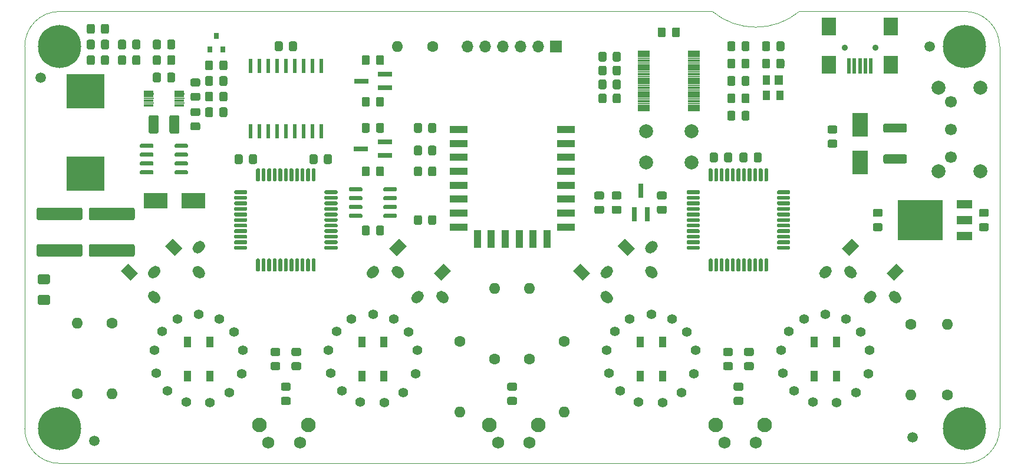
<source format=gts>
G04 #@! TF.GenerationSoftware,KiCad,Pcbnew,5.1.7+dfsg1-1*
G04 #@! TF.CreationDate,2021-01-19T22:48:43+01:00*
G04 #@! TF.ProjectId,Nixie_proj,4e697869-655f-4707-926f-6a2e6b696361,rev?*
G04 #@! TF.SameCoordinates,Original*
G04 #@! TF.FileFunction,Soldermask,Top*
G04 #@! TF.FilePolarity,Negative*
%FSLAX46Y46*%
G04 Gerber Fmt 4.6, Leading zero omitted, Abs format (unit mm)*
G04 Created by KiCad (PCBNEW 5.1.7+dfsg1-1) date 2021-01-19 22:48:43*
%MOMM*%
%LPD*%
G01*
G04 APERTURE LIST*
G04 #@! TA.AperFunction,Profile*
%ADD10C,0.100000*%
G04 #@! TD*
%ADD11O,1.700000X1.700000*%
%ADD12R,1.700000X1.700000*%
%ADD13R,1.000000X1.400000*%
%ADD14R,1.200000X1.400000*%
%ADD15R,5.400000X4.900000*%
%ADD16C,1.500000*%
%ADD17C,1.600000*%
%ADD18O,1.600000X1.600000*%
%ADD19R,2.000000X0.700000*%
%ADD20C,1.408000*%
%ADD21C,0.100000*%
%ADD22R,0.500000X2.300000*%
%ADD23R,2.000000X2.500000*%
%ADD24C,0.900000*%
%ADD25R,2.500000X1.100000*%
%ADD26R,1.100000X2.500000*%
%ADD27R,1.000000X1.500000*%
%ADD28R,0.700000X2.000000*%
%ADD29R,2.300000X3.500000*%
%ADD30R,3.500000X2.300000*%
%ADD31C,2.000000*%
%ADD32C,2.100000*%
%ADD33C,1.750000*%
%ADD34R,1.750000X0.450000*%
%ADD35R,2.200000X1.200000*%
%ADD36R,6.400000X5.800000*%
%ADD37R,0.800000X0.900000*%
%ADD38C,1.700000*%
%ADD39R,0.600000X2.000000*%
%ADD40R,1.450000X0.450000*%
%ADD41C,6.200000*%
G04 APERTURE END LIST*
D10*
X146250000Y-50000000D02*
X170000000Y-50000000D01*
X146249999Y-49999999D02*
G75*
G02*
X133750001Y-49999999I-6249999J7499999D01*
G01*
X175000000Y-55000000D02*
G75*
G03*
X170000000Y-50000000I-5000000J0D01*
G01*
X170000000Y-115000000D02*
G75*
G03*
X175000000Y-110000000I0J5000000D01*
G01*
X35000000Y-110000000D02*
G75*
G03*
X40000000Y-115000000I5000000J0D01*
G01*
X40000000Y-50000000D02*
G75*
G03*
X35000000Y-55000000I0J-5000000D01*
G01*
X170000000Y-115000000D02*
X40000000Y-115000000D01*
X175000000Y-55000000D02*
X175000000Y-110000000D01*
X40000000Y-50000000D02*
X133750000Y-50000000D01*
X35000000Y-110000000D02*
X35000000Y-55000000D01*
X146250000Y-50000000D02*
X170000000Y-50000000D01*
X146249999Y-49999999D02*
G75*
G02*
X133750001Y-49999999I-6249999J7499999D01*
G01*
X175000000Y-55000000D02*
G75*
G03*
X170000000Y-50000000I-5000000J0D01*
G01*
X170000000Y-115000000D02*
G75*
G03*
X175000000Y-110000000I0J5000000D01*
G01*
X35000000Y-110000000D02*
G75*
G03*
X40000000Y-115000000I5000000J0D01*
G01*
X40000000Y-50000000D02*
G75*
G03*
X35000000Y-55000000I0J-5000000D01*
G01*
X170000000Y-115000000D02*
X40000000Y-115000000D01*
X175000000Y-55000000D02*
X175000000Y-110000000D01*
X40000000Y-50000000D02*
X133750000Y-50000000D01*
X35000000Y-110000000D02*
X35000000Y-55000000D01*
D11*
X98590000Y-55000000D03*
X101130000Y-55000000D03*
X103670000Y-55000000D03*
X106210000Y-55000000D03*
X108750000Y-55000000D03*
D12*
X111290000Y-55000000D03*
D13*
X143450000Y-62100000D03*
X141550000Y-62100000D03*
X141550000Y-59900000D03*
D14*
X143270000Y-59900000D03*
D15*
X43750000Y-73300000D03*
X43750000Y-61500000D03*
G36*
G01*
X59950001Y-65050000D02*
X59049999Y-65050000D01*
G75*
G02*
X58800000Y-64800001I0J249999D01*
G01*
X58800000Y-64149999D01*
G75*
G02*
X59049999Y-63900000I249999J0D01*
G01*
X59950001Y-63900000D01*
G75*
G02*
X60200000Y-64149999I0J-249999D01*
G01*
X60200000Y-64800001D01*
G75*
G02*
X59950001Y-65050000I-249999J0D01*
G01*
G37*
G36*
G01*
X59950001Y-67100000D02*
X59049999Y-67100000D01*
G75*
G02*
X58800000Y-66850001I0J249999D01*
G01*
X58800000Y-66199999D01*
G75*
G02*
X59049999Y-65950000I249999J0D01*
G01*
X59950001Y-65950000D01*
G75*
G02*
X60200000Y-66199999I0J-249999D01*
G01*
X60200000Y-66850001D01*
G75*
G02*
X59950001Y-67100000I-249999J0D01*
G01*
G37*
D16*
X37250000Y-59500000D03*
X162500000Y-111250000D03*
X165000000Y-55000000D03*
X45000000Y-111750000D03*
G36*
G01*
X62050000Y-64049999D02*
X62050000Y-64950001D01*
G75*
G02*
X61800001Y-65200000I-249999J0D01*
G01*
X61149999Y-65200000D01*
G75*
G02*
X60900000Y-64950001I0J249999D01*
G01*
X60900000Y-64049999D01*
G75*
G02*
X61149999Y-63800000I249999J0D01*
G01*
X61800001Y-63800000D01*
G75*
G02*
X62050000Y-64049999I0J-249999D01*
G01*
G37*
G36*
G01*
X64100000Y-64049999D02*
X64100000Y-64950001D01*
G75*
G02*
X63850001Y-65200000I-249999J0D01*
G01*
X63199999Y-65200000D01*
G75*
G02*
X62950000Y-64950001I0J249999D01*
G01*
X62950000Y-64049999D01*
G75*
G02*
X63199999Y-63800000I249999J0D01*
G01*
X63850001Y-63800000D01*
G75*
G02*
X64100000Y-64049999I0J-249999D01*
G01*
G37*
G36*
G01*
X66812500Y-84275000D02*
X65212500Y-84275000D01*
G75*
G02*
X65075000Y-84137500I0J137500D01*
G01*
X65075000Y-83862500D01*
G75*
G02*
X65212500Y-83725000I137500J0D01*
G01*
X66812500Y-83725000D01*
G75*
G02*
X66950000Y-83862500I0J-137500D01*
G01*
X66950000Y-84137500D01*
G75*
G02*
X66812500Y-84275000I-137500J0D01*
G01*
G37*
G36*
G01*
X66812500Y-83475000D02*
X65212500Y-83475000D01*
G75*
G02*
X65075000Y-83337500I0J137500D01*
G01*
X65075000Y-83062500D01*
G75*
G02*
X65212500Y-82925000I137500J0D01*
G01*
X66812500Y-82925000D01*
G75*
G02*
X66950000Y-83062500I0J-137500D01*
G01*
X66950000Y-83337500D01*
G75*
G02*
X66812500Y-83475000I-137500J0D01*
G01*
G37*
G36*
G01*
X66812500Y-82675000D02*
X65212500Y-82675000D01*
G75*
G02*
X65075000Y-82537500I0J137500D01*
G01*
X65075000Y-82262500D01*
G75*
G02*
X65212500Y-82125000I137500J0D01*
G01*
X66812500Y-82125000D01*
G75*
G02*
X66950000Y-82262500I0J-137500D01*
G01*
X66950000Y-82537500D01*
G75*
G02*
X66812500Y-82675000I-137500J0D01*
G01*
G37*
G36*
G01*
X66812500Y-81875000D02*
X65212500Y-81875000D01*
G75*
G02*
X65075000Y-81737500I0J137500D01*
G01*
X65075000Y-81462500D01*
G75*
G02*
X65212500Y-81325000I137500J0D01*
G01*
X66812500Y-81325000D01*
G75*
G02*
X66950000Y-81462500I0J-137500D01*
G01*
X66950000Y-81737500D01*
G75*
G02*
X66812500Y-81875000I-137500J0D01*
G01*
G37*
G36*
G01*
X66812500Y-81075000D02*
X65212500Y-81075000D01*
G75*
G02*
X65075000Y-80937500I0J137500D01*
G01*
X65075000Y-80662500D01*
G75*
G02*
X65212500Y-80525000I137500J0D01*
G01*
X66812500Y-80525000D01*
G75*
G02*
X66950000Y-80662500I0J-137500D01*
G01*
X66950000Y-80937500D01*
G75*
G02*
X66812500Y-81075000I-137500J0D01*
G01*
G37*
G36*
G01*
X66812500Y-80275000D02*
X65212500Y-80275000D01*
G75*
G02*
X65075000Y-80137500I0J137500D01*
G01*
X65075000Y-79862500D01*
G75*
G02*
X65212500Y-79725000I137500J0D01*
G01*
X66812500Y-79725000D01*
G75*
G02*
X66950000Y-79862500I0J-137500D01*
G01*
X66950000Y-80137500D01*
G75*
G02*
X66812500Y-80275000I-137500J0D01*
G01*
G37*
G36*
G01*
X66812500Y-79475000D02*
X65212500Y-79475000D01*
G75*
G02*
X65075000Y-79337500I0J137500D01*
G01*
X65075000Y-79062500D01*
G75*
G02*
X65212500Y-78925000I137500J0D01*
G01*
X66812500Y-78925000D01*
G75*
G02*
X66950000Y-79062500I0J-137500D01*
G01*
X66950000Y-79337500D01*
G75*
G02*
X66812500Y-79475000I-137500J0D01*
G01*
G37*
G36*
G01*
X66812500Y-78675000D02*
X65212500Y-78675000D01*
G75*
G02*
X65075000Y-78537500I0J137500D01*
G01*
X65075000Y-78262500D01*
G75*
G02*
X65212500Y-78125000I137500J0D01*
G01*
X66812500Y-78125000D01*
G75*
G02*
X66950000Y-78262500I0J-137500D01*
G01*
X66950000Y-78537500D01*
G75*
G02*
X66812500Y-78675000I-137500J0D01*
G01*
G37*
G36*
G01*
X66812500Y-77875000D02*
X65212500Y-77875000D01*
G75*
G02*
X65075000Y-77737500I0J137500D01*
G01*
X65075000Y-77462500D01*
G75*
G02*
X65212500Y-77325000I137500J0D01*
G01*
X66812500Y-77325000D01*
G75*
G02*
X66950000Y-77462500I0J-137500D01*
G01*
X66950000Y-77737500D01*
G75*
G02*
X66812500Y-77875000I-137500J0D01*
G01*
G37*
G36*
G01*
X66812500Y-77075000D02*
X65212500Y-77075000D01*
G75*
G02*
X65075000Y-76937500I0J137500D01*
G01*
X65075000Y-76662500D01*
G75*
G02*
X65212500Y-76525000I137500J0D01*
G01*
X66812500Y-76525000D01*
G75*
G02*
X66950000Y-76662500I0J-137500D01*
G01*
X66950000Y-76937500D01*
G75*
G02*
X66812500Y-77075000I-137500J0D01*
G01*
G37*
G36*
G01*
X66812500Y-76275000D02*
X65212500Y-76275000D01*
G75*
G02*
X65075000Y-76137500I0J137500D01*
G01*
X65075000Y-75862500D01*
G75*
G02*
X65212500Y-75725000I137500J0D01*
G01*
X66812500Y-75725000D01*
G75*
G02*
X66950000Y-75862500I0J-137500D01*
G01*
X66950000Y-76137500D01*
G75*
G02*
X66812500Y-76275000I-137500J0D01*
G01*
G37*
G36*
G01*
X68637500Y-74450000D02*
X68362500Y-74450000D01*
G75*
G02*
X68225000Y-74312500I0J137500D01*
G01*
X68225000Y-72712500D01*
G75*
G02*
X68362500Y-72575000I137500J0D01*
G01*
X68637500Y-72575000D01*
G75*
G02*
X68775000Y-72712500I0J-137500D01*
G01*
X68775000Y-74312500D01*
G75*
G02*
X68637500Y-74450000I-137500J0D01*
G01*
G37*
G36*
G01*
X69437500Y-74450000D02*
X69162500Y-74450000D01*
G75*
G02*
X69025000Y-74312500I0J137500D01*
G01*
X69025000Y-72712500D01*
G75*
G02*
X69162500Y-72575000I137500J0D01*
G01*
X69437500Y-72575000D01*
G75*
G02*
X69575000Y-72712500I0J-137500D01*
G01*
X69575000Y-74312500D01*
G75*
G02*
X69437500Y-74450000I-137500J0D01*
G01*
G37*
G36*
G01*
X70237500Y-74450000D02*
X69962500Y-74450000D01*
G75*
G02*
X69825000Y-74312500I0J137500D01*
G01*
X69825000Y-72712500D01*
G75*
G02*
X69962500Y-72575000I137500J0D01*
G01*
X70237500Y-72575000D01*
G75*
G02*
X70375000Y-72712500I0J-137500D01*
G01*
X70375000Y-74312500D01*
G75*
G02*
X70237500Y-74450000I-137500J0D01*
G01*
G37*
G36*
G01*
X71037500Y-74450000D02*
X70762500Y-74450000D01*
G75*
G02*
X70625000Y-74312500I0J137500D01*
G01*
X70625000Y-72712500D01*
G75*
G02*
X70762500Y-72575000I137500J0D01*
G01*
X71037500Y-72575000D01*
G75*
G02*
X71175000Y-72712500I0J-137500D01*
G01*
X71175000Y-74312500D01*
G75*
G02*
X71037500Y-74450000I-137500J0D01*
G01*
G37*
G36*
G01*
X71837500Y-74450000D02*
X71562500Y-74450000D01*
G75*
G02*
X71425000Y-74312500I0J137500D01*
G01*
X71425000Y-72712500D01*
G75*
G02*
X71562500Y-72575000I137500J0D01*
G01*
X71837500Y-72575000D01*
G75*
G02*
X71975000Y-72712500I0J-137500D01*
G01*
X71975000Y-74312500D01*
G75*
G02*
X71837500Y-74450000I-137500J0D01*
G01*
G37*
G36*
G01*
X72637500Y-74450000D02*
X72362500Y-74450000D01*
G75*
G02*
X72225000Y-74312500I0J137500D01*
G01*
X72225000Y-72712500D01*
G75*
G02*
X72362500Y-72575000I137500J0D01*
G01*
X72637500Y-72575000D01*
G75*
G02*
X72775000Y-72712500I0J-137500D01*
G01*
X72775000Y-74312500D01*
G75*
G02*
X72637500Y-74450000I-137500J0D01*
G01*
G37*
G36*
G01*
X73437500Y-74450000D02*
X73162500Y-74450000D01*
G75*
G02*
X73025000Y-74312500I0J137500D01*
G01*
X73025000Y-72712500D01*
G75*
G02*
X73162500Y-72575000I137500J0D01*
G01*
X73437500Y-72575000D01*
G75*
G02*
X73575000Y-72712500I0J-137500D01*
G01*
X73575000Y-74312500D01*
G75*
G02*
X73437500Y-74450000I-137500J0D01*
G01*
G37*
G36*
G01*
X74237500Y-74450000D02*
X73962500Y-74450000D01*
G75*
G02*
X73825000Y-74312500I0J137500D01*
G01*
X73825000Y-72712500D01*
G75*
G02*
X73962500Y-72575000I137500J0D01*
G01*
X74237500Y-72575000D01*
G75*
G02*
X74375000Y-72712500I0J-137500D01*
G01*
X74375000Y-74312500D01*
G75*
G02*
X74237500Y-74450000I-137500J0D01*
G01*
G37*
G36*
G01*
X75037500Y-74450000D02*
X74762500Y-74450000D01*
G75*
G02*
X74625000Y-74312500I0J137500D01*
G01*
X74625000Y-72712500D01*
G75*
G02*
X74762500Y-72575000I137500J0D01*
G01*
X75037500Y-72575000D01*
G75*
G02*
X75175000Y-72712500I0J-137500D01*
G01*
X75175000Y-74312500D01*
G75*
G02*
X75037500Y-74450000I-137500J0D01*
G01*
G37*
G36*
G01*
X75837500Y-74450000D02*
X75562500Y-74450000D01*
G75*
G02*
X75425000Y-74312500I0J137500D01*
G01*
X75425000Y-72712500D01*
G75*
G02*
X75562500Y-72575000I137500J0D01*
G01*
X75837500Y-72575000D01*
G75*
G02*
X75975000Y-72712500I0J-137500D01*
G01*
X75975000Y-74312500D01*
G75*
G02*
X75837500Y-74450000I-137500J0D01*
G01*
G37*
G36*
G01*
X76637500Y-74450000D02*
X76362500Y-74450000D01*
G75*
G02*
X76225000Y-74312500I0J137500D01*
G01*
X76225000Y-72712500D01*
G75*
G02*
X76362500Y-72575000I137500J0D01*
G01*
X76637500Y-72575000D01*
G75*
G02*
X76775000Y-72712500I0J-137500D01*
G01*
X76775000Y-74312500D01*
G75*
G02*
X76637500Y-74450000I-137500J0D01*
G01*
G37*
G36*
G01*
X79787500Y-76275000D02*
X78187500Y-76275000D01*
G75*
G02*
X78050000Y-76137500I0J137500D01*
G01*
X78050000Y-75862500D01*
G75*
G02*
X78187500Y-75725000I137500J0D01*
G01*
X79787500Y-75725000D01*
G75*
G02*
X79925000Y-75862500I0J-137500D01*
G01*
X79925000Y-76137500D01*
G75*
G02*
X79787500Y-76275000I-137500J0D01*
G01*
G37*
G36*
G01*
X79787500Y-77075000D02*
X78187500Y-77075000D01*
G75*
G02*
X78050000Y-76937500I0J137500D01*
G01*
X78050000Y-76662500D01*
G75*
G02*
X78187500Y-76525000I137500J0D01*
G01*
X79787500Y-76525000D01*
G75*
G02*
X79925000Y-76662500I0J-137500D01*
G01*
X79925000Y-76937500D01*
G75*
G02*
X79787500Y-77075000I-137500J0D01*
G01*
G37*
G36*
G01*
X79787500Y-77875000D02*
X78187500Y-77875000D01*
G75*
G02*
X78050000Y-77737500I0J137500D01*
G01*
X78050000Y-77462500D01*
G75*
G02*
X78187500Y-77325000I137500J0D01*
G01*
X79787500Y-77325000D01*
G75*
G02*
X79925000Y-77462500I0J-137500D01*
G01*
X79925000Y-77737500D01*
G75*
G02*
X79787500Y-77875000I-137500J0D01*
G01*
G37*
G36*
G01*
X79787500Y-78675000D02*
X78187500Y-78675000D01*
G75*
G02*
X78050000Y-78537500I0J137500D01*
G01*
X78050000Y-78262500D01*
G75*
G02*
X78187500Y-78125000I137500J0D01*
G01*
X79787500Y-78125000D01*
G75*
G02*
X79925000Y-78262500I0J-137500D01*
G01*
X79925000Y-78537500D01*
G75*
G02*
X79787500Y-78675000I-137500J0D01*
G01*
G37*
G36*
G01*
X79787500Y-79475000D02*
X78187500Y-79475000D01*
G75*
G02*
X78050000Y-79337500I0J137500D01*
G01*
X78050000Y-79062500D01*
G75*
G02*
X78187500Y-78925000I137500J0D01*
G01*
X79787500Y-78925000D01*
G75*
G02*
X79925000Y-79062500I0J-137500D01*
G01*
X79925000Y-79337500D01*
G75*
G02*
X79787500Y-79475000I-137500J0D01*
G01*
G37*
G36*
G01*
X79787500Y-80275000D02*
X78187500Y-80275000D01*
G75*
G02*
X78050000Y-80137500I0J137500D01*
G01*
X78050000Y-79862500D01*
G75*
G02*
X78187500Y-79725000I137500J0D01*
G01*
X79787500Y-79725000D01*
G75*
G02*
X79925000Y-79862500I0J-137500D01*
G01*
X79925000Y-80137500D01*
G75*
G02*
X79787500Y-80275000I-137500J0D01*
G01*
G37*
G36*
G01*
X79787500Y-81075000D02*
X78187500Y-81075000D01*
G75*
G02*
X78050000Y-80937500I0J137500D01*
G01*
X78050000Y-80662500D01*
G75*
G02*
X78187500Y-80525000I137500J0D01*
G01*
X79787500Y-80525000D01*
G75*
G02*
X79925000Y-80662500I0J-137500D01*
G01*
X79925000Y-80937500D01*
G75*
G02*
X79787500Y-81075000I-137500J0D01*
G01*
G37*
G36*
G01*
X79787500Y-81875000D02*
X78187500Y-81875000D01*
G75*
G02*
X78050000Y-81737500I0J137500D01*
G01*
X78050000Y-81462500D01*
G75*
G02*
X78187500Y-81325000I137500J0D01*
G01*
X79787500Y-81325000D01*
G75*
G02*
X79925000Y-81462500I0J-137500D01*
G01*
X79925000Y-81737500D01*
G75*
G02*
X79787500Y-81875000I-137500J0D01*
G01*
G37*
G36*
G01*
X79787500Y-82675000D02*
X78187500Y-82675000D01*
G75*
G02*
X78050000Y-82537500I0J137500D01*
G01*
X78050000Y-82262500D01*
G75*
G02*
X78187500Y-82125000I137500J0D01*
G01*
X79787500Y-82125000D01*
G75*
G02*
X79925000Y-82262500I0J-137500D01*
G01*
X79925000Y-82537500D01*
G75*
G02*
X79787500Y-82675000I-137500J0D01*
G01*
G37*
G36*
G01*
X79787500Y-83475000D02*
X78187500Y-83475000D01*
G75*
G02*
X78050000Y-83337500I0J137500D01*
G01*
X78050000Y-83062500D01*
G75*
G02*
X78187500Y-82925000I137500J0D01*
G01*
X79787500Y-82925000D01*
G75*
G02*
X79925000Y-83062500I0J-137500D01*
G01*
X79925000Y-83337500D01*
G75*
G02*
X79787500Y-83475000I-137500J0D01*
G01*
G37*
G36*
G01*
X79787500Y-84275000D02*
X78187500Y-84275000D01*
G75*
G02*
X78050000Y-84137500I0J137500D01*
G01*
X78050000Y-83862500D01*
G75*
G02*
X78187500Y-83725000I137500J0D01*
G01*
X79787500Y-83725000D01*
G75*
G02*
X79925000Y-83862500I0J-137500D01*
G01*
X79925000Y-84137500D01*
G75*
G02*
X79787500Y-84275000I-137500J0D01*
G01*
G37*
G36*
G01*
X76637500Y-87425000D02*
X76362500Y-87425000D01*
G75*
G02*
X76225000Y-87287500I0J137500D01*
G01*
X76225000Y-85687500D01*
G75*
G02*
X76362500Y-85550000I137500J0D01*
G01*
X76637500Y-85550000D01*
G75*
G02*
X76775000Y-85687500I0J-137500D01*
G01*
X76775000Y-87287500D01*
G75*
G02*
X76637500Y-87425000I-137500J0D01*
G01*
G37*
G36*
G01*
X75837500Y-87425000D02*
X75562500Y-87425000D01*
G75*
G02*
X75425000Y-87287500I0J137500D01*
G01*
X75425000Y-85687500D01*
G75*
G02*
X75562500Y-85550000I137500J0D01*
G01*
X75837500Y-85550000D01*
G75*
G02*
X75975000Y-85687500I0J-137500D01*
G01*
X75975000Y-87287500D01*
G75*
G02*
X75837500Y-87425000I-137500J0D01*
G01*
G37*
G36*
G01*
X75037500Y-87425000D02*
X74762500Y-87425000D01*
G75*
G02*
X74625000Y-87287500I0J137500D01*
G01*
X74625000Y-85687500D01*
G75*
G02*
X74762500Y-85550000I137500J0D01*
G01*
X75037500Y-85550000D01*
G75*
G02*
X75175000Y-85687500I0J-137500D01*
G01*
X75175000Y-87287500D01*
G75*
G02*
X75037500Y-87425000I-137500J0D01*
G01*
G37*
G36*
G01*
X74237500Y-87425000D02*
X73962500Y-87425000D01*
G75*
G02*
X73825000Y-87287500I0J137500D01*
G01*
X73825000Y-85687500D01*
G75*
G02*
X73962500Y-85550000I137500J0D01*
G01*
X74237500Y-85550000D01*
G75*
G02*
X74375000Y-85687500I0J-137500D01*
G01*
X74375000Y-87287500D01*
G75*
G02*
X74237500Y-87425000I-137500J0D01*
G01*
G37*
G36*
G01*
X73437500Y-87425000D02*
X73162500Y-87425000D01*
G75*
G02*
X73025000Y-87287500I0J137500D01*
G01*
X73025000Y-85687500D01*
G75*
G02*
X73162500Y-85550000I137500J0D01*
G01*
X73437500Y-85550000D01*
G75*
G02*
X73575000Y-85687500I0J-137500D01*
G01*
X73575000Y-87287500D01*
G75*
G02*
X73437500Y-87425000I-137500J0D01*
G01*
G37*
G36*
G01*
X72637500Y-87425000D02*
X72362500Y-87425000D01*
G75*
G02*
X72225000Y-87287500I0J137500D01*
G01*
X72225000Y-85687500D01*
G75*
G02*
X72362500Y-85550000I137500J0D01*
G01*
X72637500Y-85550000D01*
G75*
G02*
X72775000Y-85687500I0J-137500D01*
G01*
X72775000Y-87287500D01*
G75*
G02*
X72637500Y-87425000I-137500J0D01*
G01*
G37*
G36*
G01*
X71837500Y-87425000D02*
X71562500Y-87425000D01*
G75*
G02*
X71425000Y-87287500I0J137500D01*
G01*
X71425000Y-85687500D01*
G75*
G02*
X71562500Y-85550000I137500J0D01*
G01*
X71837500Y-85550000D01*
G75*
G02*
X71975000Y-85687500I0J-137500D01*
G01*
X71975000Y-87287500D01*
G75*
G02*
X71837500Y-87425000I-137500J0D01*
G01*
G37*
G36*
G01*
X71037500Y-87425000D02*
X70762500Y-87425000D01*
G75*
G02*
X70625000Y-87287500I0J137500D01*
G01*
X70625000Y-85687500D01*
G75*
G02*
X70762500Y-85550000I137500J0D01*
G01*
X71037500Y-85550000D01*
G75*
G02*
X71175000Y-85687500I0J-137500D01*
G01*
X71175000Y-87287500D01*
G75*
G02*
X71037500Y-87425000I-137500J0D01*
G01*
G37*
G36*
G01*
X70237500Y-87425000D02*
X69962500Y-87425000D01*
G75*
G02*
X69825000Y-87287500I0J137500D01*
G01*
X69825000Y-85687500D01*
G75*
G02*
X69962500Y-85550000I137500J0D01*
G01*
X70237500Y-85550000D01*
G75*
G02*
X70375000Y-85687500I0J-137500D01*
G01*
X70375000Y-87287500D01*
G75*
G02*
X70237500Y-87425000I-137500J0D01*
G01*
G37*
G36*
G01*
X69437500Y-87425000D02*
X69162500Y-87425000D01*
G75*
G02*
X69025000Y-87287500I0J137500D01*
G01*
X69025000Y-85687500D01*
G75*
G02*
X69162500Y-85550000I137500J0D01*
G01*
X69437500Y-85550000D01*
G75*
G02*
X69575000Y-85687500I0J-137500D01*
G01*
X69575000Y-87287500D01*
G75*
G02*
X69437500Y-87425000I-137500J0D01*
G01*
G37*
G36*
G01*
X68637500Y-87425000D02*
X68362500Y-87425000D01*
G75*
G02*
X68225000Y-87287500I0J137500D01*
G01*
X68225000Y-85687500D01*
G75*
G02*
X68362500Y-85550000I137500J0D01*
G01*
X68637500Y-85550000D01*
G75*
G02*
X68775000Y-85687500I0J-137500D01*
G01*
X68775000Y-87287500D01*
G75*
G02*
X68637500Y-87425000I-137500J0D01*
G01*
G37*
G36*
G01*
X131812500Y-84275000D02*
X130212500Y-84275000D01*
G75*
G02*
X130075000Y-84137500I0J137500D01*
G01*
X130075000Y-83862500D01*
G75*
G02*
X130212500Y-83725000I137500J0D01*
G01*
X131812500Y-83725000D01*
G75*
G02*
X131950000Y-83862500I0J-137500D01*
G01*
X131950000Y-84137500D01*
G75*
G02*
X131812500Y-84275000I-137500J0D01*
G01*
G37*
G36*
G01*
X131812500Y-83475000D02*
X130212500Y-83475000D01*
G75*
G02*
X130075000Y-83337500I0J137500D01*
G01*
X130075000Y-83062500D01*
G75*
G02*
X130212500Y-82925000I137500J0D01*
G01*
X131812500Y-82925000D01*
G75*
G02*
X131950000Y-83062500I0J-137500D01*
G01*
X131950000Y-83337500D01*
G75*
G02*
X131812500Y-83475000I-137500J0D01*
G01*
G37*
G36*
G01*
X131812500Y-82675000D02*
X130212500Y-82675000D01*
G75*
G02*
X130075000Y-82537500I0J137500D01*
G01*
X130075000Y-82262500D01*
G75*
G02*
X130212500Y-82125000I137500J0D01*
G01*
X131812500Y-82125000D01*
G75*
G02*
X131950000Y-82262500I0J-137500D01*
G01*
X131950000Y-82537500D01*
G75*
G02*
X131812500Y-82675000I-137500J0D01*
G01*
G37*
G36*
G01*
X131812500Y-81875000D02*
X130212500Y-81875000D01*
G75*
G02*
X130075000Y-81737500I0J137500D01*
G01*
X130075000Y-81462500D01*
G75*
G02*
X130212500Y-81325000I137500J0D01*
G01*
X131812500Y-81325000D01*
G75*
G02*
X131950000Y-81462500I0J-137500D01*
G01*
X131950000Y-81737500D01*
G75*
G02*
X131812500Y-81875000I-137500J0D01*
G01*
G37*
G36*
G01*
X131812500Y-81075000D02*
X130212500Y-81075000D01*
G75*
G02*
X130075000Y-80937500I0J137500D01*
G01*
X130075000Y-80662500D01*
G75*
G02*
X130212500Y-80525000I137500J0D01*
G01*
X131812500Y-80525000D01*
G75*
G02*
X131950000Y-80662500I0J-137500D01*
G01*
X131950000Y-80937500D01*
G75*
G02*
X131812500Y-81075000I-137500J0D01*
G01*
G37*
G36*
G01*
X131812500Y-80275000D02*
X130212500Y-80275000D01*
G75*
G02*
X130075000Y-80137500I0J137500D01*
G01*
X130075000Y-79862500D01*
G75*
G02*
X130212500Y-79725000I137500J0D01*
G01*
X131812500Y-79725000D01*
G75*
G02*
X131950000Y-79862500I0J-137500D01*
G01*
X131950000Y-80137500D01*
G75*
G02*
X131812500Y-80275000I-137500J0D01*
G01*
G37*
G36*
G01*
X131812500Y-79475000D02*
X130212500Y-79475000D01*
G75*
G02*
X130075000Y-79337500I0J137500D01*
G01*
X130075000Y-79062500D01*
G75*
G02*
X130212500Y-78925000I137500J0D01*
G01*
X131812500Y-78925000D01*
G75*
G02*
X131950000Y-79062500I0J-137500D01*
G01*
X131950000Y-79337500D01*
G75*
G02*
X131812500Y-79475000I-137500J0D01*
G01*
G37*
G36*
G01*
X131812500Y-78675000D02*
X130212500Y-78675000D01*
G75*
G02*
X130075000Y-78537500I0J137500D01*
G01*
X130075000Y-78262500D01*
G75*
G02*
X130212500Y-78125000I137500J0D01*
G01*
X131812500Y-78125000D01*
G75*
G02*
X131950000Y-78262500I0J-137500D01*
G01*
X131950000Y-78537500D01*
G75*
G02*
X131812500Y-78675000I-137500J0D01*
G01*
G37*
G36*
G01*
X131812500Y-77875000D02*
X130212500Y-77875000D01*
G75*
G02*
X130075000Y-77737500I0J137500D01*
G01*
X130075000Y-77462500D01*
G75*
G02*
X130212500Y-77325000I137500J0D01*
G01*
X131812500Y-77325000D01*
G75*
G02*
X131950000Y-77462500I0J-137500D01*
G01*
X131950000Y-77737500D01*
G75*
G02*
X131812500Y-77875000I-137500J0D01*
G01*
G37*
G36*
G01*
X131812500Y-77075000D02*
X130212500Y-77075000D01*
G75*
G02*
X130075000Y-76937500I0J137500D01*
G01*
X130075000Y-76662500D01*
G75*
G02*
X130212500Y-76525000I137500J0D01*
G01*
X131812500Y-76525000D01*
G75*
G02*
X131950000Y-76662500I0J-137500D01*
G01*
X131950000Y-76937500D01*
G75*
G02*
X131812500Y-77075000I-137500J0D01*
G01*
G37*
G36*
G01*
X131812500Y-76275000D02*
X130212500Y-76275000D01*
G75*
G02*
X130075000Y-76137500I0J137500D01*
G01*
X130075000Y-75862500D01*
G75*
G02*
X130212500Y-75725000I137500J0D01*
G01*
X131812500Y-75725000D01*
G75*
G02*
X131950000Y-75862500I0J-137500D01*
G01*
X131950000Y-76137500D01*
G75*
G02*
X131812500Y-76275000I-137500J0D01*
G01*
G37*
G36*
G01*
X133637500Y-74450000D02*
X133362500Y-74450000D01*
G75*
G02*
X133225000Y-74312500I0J137500D01*
G01*
X133225000Y-72712500D01*
G75*
G02*
X133362500Y-72575000I137500J0D01*
G01*
X133637500Y-72575000D01*
G75*
G02*
X133775000Y-72712500I0J-137500D01*
G01*
X133775000Y-74312500D01*
G75*
G02*
X133637500Y-74450000I-137500J0D01*
G01*
G37*
G36*
G01*
X134437500Y-74450000D02*
X134162500Y-74450000D01*
G75*
G02*
X134025000Y-74312500I0J137500D01*
G01*
X134025000Y-72712500D01*
G75*
G02*
X134162500Y-72575000I137500J0D01*
G01*
X134437500Y-72575000D01*
G75*
G02*
X134575000Y-72712500I0J-137500D01*
G01*
X134575000Y-74312500D01*
G75*
G02*
X134437500Y-74450000I-137500J0D01*
G01*
G37*
G36*
G01*
X135237500Y-74450000D02*
X134962500Y-74450000D01*
G75*
G02*
X134825000Y-74312500I0J137500D01*
G01*
X134825000Y-72712500D01*
G75*
G02*
X134962500Y-72575000I137500J0D01*
G01*
X135237500Y-72575000D01*
G75*
G02*
X135375000Y-72712500I0J-137500D01*
G01*
X135375000Y-74312500D01*
G75*
G02*
X135237500Y-74450000I-137500J0D01*
G01*
G37*
G36*
G01*
X136037500Y-74450000D02*
X135762500Y-74450000D01*
G75*
G02*
X135625000Y-74312500I0J137500D01*
G01*
X135625000Y-72712500D01*
G75*
G02*
X135762500Y-72575000I137500J0D01*
G01*
X136037500Y-72575000D01*
G75*
G02*
X136175000Y-72712500I0J-137500D01*
G01*
X136175000Y-74312500D01*
G75*
G02*
X136037500Y-74450000I-137500J0D01*
G01*
G37*
G36*
G01*
X136837500Y-74450000D02*
X136562500Y-74450000D01*
G75*
G02*
X136425000Y-74312500I0J137500D01*
G01*
X136425000Y-72712500D01*
G75*
G02*
X136562500Y-72575000I137500J0D01*
G01*
X136837500Y-72575000D01*
G75*
G02*
X136975000Y-72712500I0J-137500D01*
G01*
X136975000Y-74312500D01*
G75*
G02*
X136837500Y-74450000I-137500J0D01*
G01*
G37*
G36*
G01*
X137637500Y-74450000D02*
X137362500Y-74450000D01*
G75*
G02*
X137225000Y-74312500I0J137500D01*
G01*
X137225000Y-72712500D01*
G75*
G02*
X137362500Y-72575000I137500J0D01*
G01*
X137637500Y-72575000D01*
G75*
G02*
X137775000Y-72712500I0J-137500D01*
G01*
X137775000Y-74312500D01*
G75*
G02*
X137637500Y-74450000I-137500J0D01*
G01*
G37*
G36*
G01*
X138437500Y-74450000D02*
X138162500Y-74450000D01*
G75*
G02*
X138025000Y-74312500I0J137500D01*
G01*
X138025000Y-72712500D01*
G75*
G02*
X138162500Y-72575000I137500J0D01*
G01*
X138437500Y-72575000D01*
G75*
G02*
X138575000Y-72712500I0J-137500D01*
G01*
X138575000Y-74312500D01*
G75*
G02*
X138437500Y-74450000I-137500J0D01*
G01*
G37*
G36*
G01*
X139237500Y-74450000D02*
X138962500Y-74450000D01*
G75*
G02*
X138825000Y-74312500I0J137500D01*
G01*
X138825000Y-72712500D01*
G75*
G02*
X138962500Y-72575000I137500J0D01*
G01*
X139237500Y-72575000D01*
G75*
G02*
X139375000Y-72712500I0J-137500D01*
G01*
X139375000Y-74312500D01*
G75*
G02*
X139237500Y-74450000I-137500J0D01*
G01*
G37*
G36*
G01*
X140037500Y-74450000D02*
X139762500Y-74450000D01*
G75*
G02*
X139625000Y-74312500I0J137500D01*
G01*
X139625000Y-72712500D01*
G75*
G02*
X139762500Y-72575000I137500J0D01*
G01*
X140037500Y-72575000D01*
G75*
G02*
X140175000Y-72712500I0J-137500D01*
G01*
X140175000Y-74312500D01*
G75*
G02*
X140037500Y-74450000I-137500J0D01*
G01*
G37*
G36*
G01*
X140837500Y-74450000D02*
X140562500Y-74450000D01*
G75*
G02*
X140425000Y-74312500I0J137500D01*
G01*
X140425000Y-72712500D01*
G75*
G02*
X140562500Y-72575000I137500J0D01*
G01*
X140837500Y-72575000D01*
G75*
G02*
X140975000Y-72712500I0J-137500D01*
G01*
X140975000Y-74312500D01*
G75*
G02*
X140837500Y-74450000I-137500J0D01*
G01*
G37*
G36*
G01*
X141637500Y-74450000D02*
X141362500Y-74450000D01*
G75*
G02*
X141225000Y-74312500I0J137500D01*
G01*
X141225000Y-72712500D01*
G75*
G02*
X141362500Y-72575000I137500J0D01*
G01*
X141637500Y-72575000D01*
G75*
G02*
X141775000Y-72712500I0J-137500D01*
G01*
X141775000Y-74312500D01*
G75*
G02*
X141637500Y-74450000I-137500J0D01*
G01*
G37*
G36*
G01*
X144787500Y-76275000D02*
X143187500Y-76275000D01*
G75*
G02*
X143050000Y-76137500I0J137500D01*
G01*
X143050000Y-75862500D01*
G75*
G02*
X143187500Y-75725000I137500J0D01*
G01*
X144787500Y-75725000D01*
G75*
G02*
X144925000Y-75862500I0J-137500D01*
G01*
X144925000Y-76137500D01*
G75*
G02*
X144787500Y-76275000I-137500J0D01*
G01*
G37*
G36*
G01*
X144787500Y-77075000D02*
X143187500Y-77075000D01*
G75*
G02*
X143050000Y-76937500I0J137500D01*
G01*
X143050000Y-76662500D01*
G75*
G02*
X143187500Y-76525000I137500J0D01*
G01*
X144787500Y-76525000D01*
G75*
G02*
X144925000Y-76662500I0J-137500D01*
G01*
X144925000Y-76937500D01*
G75*
G02*
X144787500Y-77075000I-137500J0D01*
G01*
G37*
G36*
G01*
X144787500Y-77875000D02*
X143187500Y-77875000D01*
G75*
G02*
X143050000Y-77737500I0J137500D01*
G01*
X143050000Y-77462500D01*
G75*
G02*
X143187500Y-77325000I137500J0D01*
G01*
X144787500Y-77325000D01*
G75*
G02*
X144925000Y-77462500I0J-137500D01*
G01*
X144925000Y-77737500D01*
G75*
G02*
X144787500Y-77875000I-137500J0D01*
G01*
G37*
G36*
G01*
X144787500Y-78675000D02*
X143187500Y-78675000D01*
G75*
G02*
X143050000Y-78537500I0J137500D01*
G01*
X143050000Y-78262500D01*
G75*
G02*
X143187500Y-78125000I137500J0D01*
G01*
X144787500Y-78125000D01*
G75*
G02*
X144925000Y-78262500I0J-137500D01*
G01*
X144925000Y-78537500D01*
G75*
G02*
X144787500Y-78675000I-137500J0D01*
G01*
G37*
G36*
G01*
X144787500Y-79475000D02*
X143187500Y-79475000D01*
G75*
G02*
X143050000Y-79337500I0J137500D01*
G01*
X143050000Y-79062500D01*
G75*
G02*
X143187500Y-78925000I137500J0D01*
G01*
X144787500Y-78925000D01*
G75*
G02*
X144925000Y-79062500I0J-137500D01*
G01*
X144925000Y-79337500D01*
G75*
G02*
X144787500Y-79475000I-137500J0D01*
G01*
G37*
G36*
G01*
X144787500Y-80275000D02*
X143187500Y-80275000D01*
G75*
G02*
X143050000Y-80137500I0J137500D01*
G01*
X143050000Y-79862500D01*
G75*
G02*
X143187500Y-79725000I137500J0D01*
G01*
X144787500Y-79725000D01*
G75*
G02*
X144925000Y-79862500I0J-137500D01*
G01*
X144925000Y-80137500D01*
G75*
G02*
X144787500Y-80275000I-137500J0D01*
G01*
G37*
G36*
G01*
X144787500Y-81075000D02*
X143187500Y-81075000D01*
G75*
G02*
X143050000Y-80937500I0J137500D01*
G01*
X143050000Y-80662500D01*
G75*
G02*
X143187500Y-80525000I137500J0D01*
G01*
X144787500Y-80525000D01*
G75*
G02*
X144925000Y-80662500I0J-137500D01*
G01*
X144925000Y-80937500D01*
G75*
G02*
X144787500Y-81075000I-137500J0D01*
G01*
G37*
G36*
G01*
X144787500Y-81875000D02*
X143187500Y-81875000D01*
G75*
G02*
X143050000Y-81737500I0J137500D01*
G01*
X143050000Y-81462500D01*
G75*
G02*
X143187500Y-81325000I137500J0D01*
G01*
X144787500Y-81325000D01*
G75*
G02*
X144925000Y-81462500I0J-137500D01*
G01*
X144925000Y-81737500D01*
G75*
G02*
X144787500Y-81875000I-137500J0D01*
G01*
G37*
G36*
G01*
X144787500Y-82675000D02*
X143187500Y-82675000D01*
G75*
G02*
X143050000Y-82537500I0J137500D01*
G01*
X143050000Y-82262500D01*
G75*
G02*
X143187500Y-82125000I137500J0D01*
G01*
X144787500Y-82125000D01*
G75*
G02*
X144925000Y-82262500I0J-137500D01*
G01*
X144925000Y-82537500D01*
G75*
G02*
X144787500Y-82675000I-137500J0D01*
G01*
G37*
G36*
G01*
X144787500Y-83475000D02*
X143187500Y-83475000D01*
G75*
G02*
X143050000Y-83337500I0J137500D01*
G01*
X143050000Y-83062500D01*
G75*
G02*
X143187500Y-82925000I137500J0D01*
G01*
X144787500Y-82925000D01*
G75*
G02*
X144925000Y-83062500I0J-137500D01*
G01*
X144925000Y-83337500D01*
G75*
G02*
X144787500Y-83475000I-137500J0D01*
G01*
G37*
G36*
G01*
X144787500Y-84275000D02*
X143187500Y-84275000D01*
G75*
G02*
X143050000Y-84137500I0J137500D01*
G01*
X143050000Y-83862500D01*
G75*
G02*
X143187500Y-83725000I137500J0D01*
G01*
X144787500Y-83725000D01*
G75*
G02*
X144925000Y-83862500I0J-137500D01*
G01*
X144925000Y-84137500D01*
G75*
G02*
X144787500Y-84275000I-137500J0D01*
G01*
G37*
G36*
G01*
X141637500Y-87425000D02*
X141362500Y-87425000D01*
G75*
G02*
X141225000Y-87287500I0J137500D01*
G01*
X141225000Y-85687500D01*
G75*
G02*
X141362500Y-85550000I137500J0D01*
G01*
X141637500Y-85550000D01*
G75*
G02*
X141775000Y-85687500I0J-137500D01*
G01*
X141775000Y-87287500D01*
G75*
G02*
X141637500Y-87425000I-137500J0D01*
G01*
G37*
G36*
G01*
X140837500Y-87425000D02*
X140562500Y-87425000D01*
G75*
G02*
X140425000Y-87287500I0J137500D01*
G01*
X140425000Y-85687500D01*
G75*
G02*
X140562500Y-85550000I137500J0D01*
G01*
X140837500Y-85550000D01*
G75*
G02*
X140975000Y-85687500I0J-137500D01*
G01*
X140975000Y-87287500D01*
G75*
G02*
X140837500Y-87425000I-137500J0D01*
G01*
G37*
G36*
G01*
X140037500Y-87425000D02*
X139762500Y-87425000D01*
G75*
G02*
X139625000Y-87287500I0J137500D01*
G01*
X139625000Y-85687500D01*
G75*
G02*
X139762500Y-85550000I137500J0D01*
G01*
X140037500Y-85550000D01*
G75*
G02*
X140175000Y-85687500I0J-137500D01*
G01*
X140175000Y-87287500D01*
G75*
G02*
X140037500Y-87425000I-137500J0D01*
G01*
G37*
G36*
G01*
X139237500Y-87425000D02*
X138962500Y-87425000D01*
G75*
G02*
X138825000Y-87287500I0J137500D01*
G01*
X138825000Y-85687500D01*
G75*
G02*
X138962500Y-85550000I137500J0D01*
G01*
X139237500Y-85550000D01*
G75*
G02*
X139375000Y-85687500I0J-137500D01*
G01*
X139375000Y-87287500D01*
G75*
G02*
X139237500Y-87425000I-137500J0D01*
G01*
G37*
G36*
G01*
X138437500Y-87425000D02*
X138162500Y-87425000D01*
G75*
G02*
X138025000Y-87287500I0J137500D01*
G01*
X138025000Y-85687500D01*
G75*
G02*
X138162500Y-85550000I137500J0D01*
G01*
X138437500Y-85550000D01*
G75*
G02*
X138575000Y-85687500I0J-137500D01*
G01*
X138575000Y-87287500D01*
G75*
G02*
X138437500Y-87425000I-137500J0D01*
G01*
G37*
G36*
G01*
X137637500Y-87425000D02*
X137362500Y-87425000D01*
G75*
G02*
X137225000Y-87287500I0J137500D01*
G01*
X137225000Y-85687500D01*
G75*
G02*
X137362500Y-85550000I137500J0D01*
G01*
X137637500Y-85550000D01*
G75*
G02*
X137775000Y-85687500I0J-137500D01*
G01*
X137775000Y-87287500D01*
G75*
G02*
X137637500Y-87425000I-137500J0D01*
G01*
G37*
G36*
G01*
X136837500Y-87425000D02*
X136562500Y-87425000D01*
G75*
G02*
X136425000Y-87287500I0J137500D01*
G01*
X136425000Y-85687500D01*
G75*
G02*
X136562500Y-85550000I137500J0D01*
G01*
X136837500Y-85550000D01*
G75*
G02*
X136975000Y-85687500I0J-137500D01*
G01*
X136975000Y-87287500D01*
G75*
G02*
X136837500Y-87425000I-137500J0D01*
G01*
G37*
G36*
G01*
X136037500Y-87425000D02*
X135762500Y-87425000D01*
G75*
G02*
X135625000Y-87287500I0J137500D01*
G01*
X135625000Y-85687500D01*
G75*
G02*
X135762500Y-85550000I137500J0D01*
G01*
X136037500Y-85550000D01*
G75*
G02*
X136175000Y-85687500I0J-137500D01*
G01*
X136175000Y-87287500D01*
G75*
G02*
X136037500Y-87425000I-137500J0D01*
G01*
G37*
G36*
G01*
X135237500Y-87425000D02*
X134962500Y-87425000D01*
G75*
G02*
X134825000Y-87287500I0J137500D01*
G01*
X134825000Y-85687500D01*
G75*
G02*
X134962500Y-85550000I137500J0D01*
G01*
X135237500Y-85550000D01*
G75*
G02*
X135375000Y-85687500I0J-137500D01*
G01*
X135375000Y-87287500D01*
G75*
G02*
X135237500Y-87425000I-137500J0D01*
G01*
G37*
G36*
G01*
X134437500Y-87425000D02*
X134162500Y-87425000D01*
G75*
G02*
X134025000Y-87287500I0J137500D01*
G01*
X134025000Y-85687500D01*
G75*
G02*
X134162500Y-85550000I137500J0D01*
G01*
X134437500Y-85550000D01*
G75*
G02*
X134575000Y-85687500I0J-137500D01*
G01*
X134575000Y-87287500D01*
G75*
G02*
X134437500Y-87425000I-137500J0D01*
G01*
G37*
G36*
G01*
X133637500Y-87425000D02*
X133362500Y-87425000D01*
G75*
G02*
X133225000Y-87287500I0J137500D01*
G01*
X133225000Y-85687500D01*
G75*
G02*
X133362500Y-85550000I137500J0D01*
G01*
X133637500Y-85550000D01*
G75*
G02*
X133775000Y-85687500I0J-137500D01*
G01*
X133775000Y-87287500D01*
G75*
G02*
X133637500Y-87425000I-137500J0D01*
G01*
G37*
D17*
X93580000Y-55000000D03*
D18*
X88500000Y-55000000D03*
D19*
X83300000Y-69745384D03*
X86700000Y-68795384D03*
X86700000Y-70695384D03*
D20*
X64348000Y-104846000D03*
X61621000Y-106243000D03*
X66350000Y-98730000D03*
X66120000Y-102154000D03*
X55531000Y-104594000D03*
X53911000Y-102063000D03*
X60000000Y-93523000D03*
X54768000Y-96027000D03*
X53607000Y-98693000D03*
X65080000Y-96063000D03*
X56896000Y-94248000D03*
X58178000Y-106213000D03*
X62978000Y-94275000D03*
G36*
G01*
X59292893Y-84615005D02*
X59292893Y-84615005D01*
G75*
G02*
X59292893Y-83554345I530330J530330D01*
G01*
X59646447Y-83200791D01*
G75*
G02*
X60707107Y-83200791I530330J-530330D01*
G01*
X60707107Y-83200791D01*
G75*
G02*
X60707107Y-84261451I-530330J-530330D01*
G01*
X60353553Y-84615005D01*
G75*
G02*
X59292893Y-84615005I-530330J530330D01*
G01*
G37*
D21*
G36*
X56584675Y-85145335D02*
G01*
X55170461Y-83731121D01*
X56231121Y-82670461D01*
X57645335Y-84084675D01*
X56584675Y-85145335D01*
G37*
G36*
G01*
X59646447Y-88207107D02*
X59292893Y-87853553D01*
G75*
G02*
X59292893Y-86792893I530330J530330D01*
G01*
X59292893Y-86792893D01*
G75*
G02*
X60353553Y-86792893I530330J-530330D01*
G01*
X60707107Y-87146447D01*
G75*
G02*
X60707107Y-88207107I-530330J-530330D01*
G01*
X60707107Y-88207107D01*
G75*
G02*
X59646447Y-88207107I-530330J530330D01*
G01*
G37*
D22*
X156540000Y-57800000D03*
X155740000Y-57800000D03*
X154940000Y-57800000D03*
X154140000Y-57800000D03*
X153340000Y-57800000D03*
D23*
X159390000Y-57700000D03*
X159390000Y-52200000D03*
X150490000Y-57700000D03*
X150490000Y-52200000D03*
D24*
X157140000Y-55200000D03*
X152740000Y-55200000D03*
G36*
G01*
X52884995Y-88207107D02*
X52884995Y-88207107D01*
G75*
G02*
X52884995Y-87146447I530330J530330D01*
G01*
X53238549Y-86792893D01*
G75*
G02*
X54299209Y-86792893I530330J-530330D01*
G01*
X54299209Y-86792893D01*
G75*
G02*
X54299209Y-87853553I-530330J-530330D01*
G01*
X53945655Y-88207107D01*
G75*
G02*
X52884995Y-88207107I-530330J530330D01*
G01*
G37*
D21*
G36*
X50176777Y-88737437D02*
G01*
X48762563Y-87323223D01*
X49823223Y-86262563D01*
X51237437Y-87676777D01*
X50176777Y-88737437D01*
G37*
G36*
G01*
X53945655Y-90384995D02*
X54299209Y-90738549D01*
G75*
G02*
X54299209Y-91799209I-530330J-530330D01*
G01*
X54299209Y-91799209D01*
G75*
G02*
X53238549Y-91799209I-530330J530330D01*
G01*
X52884995Y-91445655D01*
G75*
G02*
X52884995Y-90384995I530330J530330D01*
G01*
X52884995Y-90384995D01*
G75*
G02*
X53945655Y-90384995I530330J-530330D01*
G01*
G37*
G36*
G01*
X94292893Y-90384995D02*
X94292893Y-90384995D01*
G75*
G02*
X95353553Y-90384995I530330J-530330D01*
G01*
X95707107Y-90738549D01*
G75*
G02*
X95707107Y-91799209I-530330J-530330D01*
G01*
X95707107Y-91799209D01*
G75*
G02*
X94646447Y-91799209I-530330J530330D01*
G01*
X94292893Y-91445655D01*
G75*
G02*
X94292893Y-90384995I530330J530330D01*
G01*
G37*
G36*
X93762563Y-87676777D02*
G01*
X95176777Y-86262563D01*
X96237437Y-87323223D01*
X94823223Y-88737437D01*
X93762563Y-87676777D01*
G37*
G36*
G01*
X90700791Y-90738549D02*
X91054345Y-90384995D01*
G75*
G02*
X92115005Y-90384995I530330J-530330D01*
G01*
X92115005Y-90384995D01*
G75*
G02*
X92115005Y-91445655I-530330J-530330D01*
G01*
X91761451Y-91799209D01*
G75*
G02*
X90700791Y-91799209I-530330J530330D01*
G01*
X90700791Y-91799209D01*
G75*
G02*
X90700791Y-90738549I530330J530330D01*
G01*
G37*
G36*
G01*
X87884995Y-86792893D02*
X87884995Y-86792893D01*
G75*
G02*
X88945655Y-86792893I530330J-530330D01*
G01*
X89299209Y-87146447D01*
G75*
G02*
X89299209Y-88207107I-530330J-530330D01*
G01*
X89299209Y-88207107D01*
G75*
G02*
X88238549Y-88207107I-530330J530330D01*
G01*
X87884995Y-87853553D01*
G75*
G02*
X87884995Y-86792893I530330J530330D01*
G01*
G37*
G36*
X87354665Y-84084675D02*
G01*
X88768879Y-82670461D01*
X89829539Y-83731121D01*
X88415325Y-85145335D01*
X87354665Y-84084675D01*
G37*
G36*
G01*
X84292893Y-87146447D02*
X84646447Y-86792893D01*
G75*
G02*
X85707107Y-86792893I530330J-530330D01*
G01*
X85707107Y-86792893D01*
G75*
G02*
X85707107Y-87853553I-530330J-530330D01*
G01*
X85353553Y-88207107D01*
G75*
G02*
X84292893Y-88207107I-530330J530330D01*
G01*
X84292893Y-88207107D01*
G75*
G02*
X84292893Y-87146447I530330J530330D01*
G01*
G37*
G36*
G01*
X117884995Y-88207107D02*
X117884995Y-88207107D01*
G75*
G02*
X117884995Y-87146447I530330J530330D01*
G01*
X118238549Y-86792893D01*
G75*
G02*
X119299209Y-86792893I530330J-530330D01*
G01*
X119299209Y-86792893D01*
G75*
G02*
X119299209Y-87853553I-530330J-530330D01*
G01*
X118945655Y-88207107D01*
G75*
G02*
X117884995Y-88207107I-530330J530330D01*
G01*
G37*
G36*
X115176777Y-88737437D02*
G01*
X113762563Y-87323223D01*
X114823223Y-86262563D01*
X116237437Y-87676777D01*
X115176777Y-88737437D01*
G37*
G36*
G01*
X118238549Y-91799209D02*
X117884995Y-91445655D01*
G75*
G02*
X117884995Y-90384995I530330J530330D01*
G01*
X117884995Y-90384995D01*
G75*
G02*
X118945655Y-90384995I530330J-530330D01*
G01*
X119299209Y-90738549D01*
G75*
G02*
X119299209Y-91799209I-530330J-530330D01*
G01*
X119299209Y-91799209D01*
G75*
G02*
X118238549Y-91799209I-530330J530330D01*
G01*
G37*
G36*
G01*
X124292893Y-84615005D02*
X124292893Y-84615005D01*
G75*
G02*
X124292893Y-83554345I530330J530330D01*
G01*
X124646447Y-83200791D01*
G75*
G02*
X125707107Y-83200791I530330J-530330D01*
G01*
X125707107Y-83200791D01*
G75*
G02*
X125707107Y-84261451I-530330J-530330D01*
G01*
X125353553Y-84615005D01*
G75*
G02*
X124292893Y-84615005I-530330J530330D01*
G01*
G37*
G36*
X121584675Y-85145335D02*
G01*
X120170461Y-83731121D01*
X121231121Y-82670461D01*
X122645335Y-84084675D01*
X121584675Y-85145335D01*
G37*
G36*
G01*
X124646447Y-88207107D02*
X124292893Y-87853553D01*
G75*
G02*
X124292893Y-86792893I530330J530330D01*
G01*
X124292893Y-86792893D01*
G75*
G02*
X125353553Y-86792893I530330J-530330D01*
G01*
X125707107Y-87146447D01*
G75*
G02*
X125707107Y-88207107I-530330J-530330D01*
G01*
X125707107Y-88207107D01*
G75*
G02*
X124646447Y-88207107I-530330J530330D01*
G01*
G37*
G36*
G01*
X159292893Y-90384995D02*
X159292893Y-90384995D01*
G75*
G02*
X160353553Y-90384995I530330J-530330D01*
G01*
X160707107Y-90738549D01*
G75*
G02*
X160707107Y-91799209I-530330J-530330D01*
G01*
X160707107Y-91799209D01*
G75*
G02*
X159646447Y-91799209I-530330J530330D01*
G01*
X159292893Y-91445655D01*
G75*
G02*
X159292893Y-90384995I530330J530330D01*
G01*
G37*
G36*
X158762563Y-87676777D02*
G01*
X160176777Y-86262563D01*
X161237437Y-87323223D01*
X159823223Y-88737437D01*
X158762563Y-87676777D01*
G37*
G36*
G01*
X155700791Y-90738549D02*
X156054345Y-90384995D01*
G75*
G02*
X157115005Y-90384995I530330J-530330D01*
G01*
X157115005Y-90384995D01*
G75*
G02*
X157115005Y-91445655I-530330J-530330D01*
G01*
X156761451Y-91799209D01*
G75*
G02*
X155700791Y-91799209I-530330J530330D01*
G01*
X155700791Y-91799209D01*
G75*
G02*
X155700791Y-90738549I530330J530330D01*
G01*
G37*
G36*
G01*
X152884995Y-86792893D02*
X152884995Y-86792893D01*
G75*
G02*
X153945655Y-86792893I530330J-530330D01*
G01*
X154299209Y-87146447D01*
G75*
G02*
X154299209Y-88207107I-530330J-530330D01*
G01*
X154299209Y-88207107D01*
G75*
G02*
X153238549Y-88207107I-530330J530330D01*
G01*
X152884995Y-87853553D01*
G75*
G02*
X152884995Y-86792893I530330J530330D01*
G01*
G37*
G36*
X152354665Y-84084675D02*
G01*
X153768879Y-82670461D01*
X154829539Y-83731121D01*
X153415325Y-85145335D01*
X152354665Y-84084675D01*
G37*
G36*
G01*
X149292893Y-87146447D02*
X149646447Y-86792893D01*
G75*
G02*
X150707107Y-86792893I530330J-530330D01*
G01*
X150707107Y-86792893D01*
G75*
G02*
X150707107Y-87853553I-530330J-530330D01*
G01*
X150353553Y-88207107D01*
G75*
G02*
X149292893Y-88207107I-530330J530330D01*
G01*
X149292893Y-88207107D01*
G75*
G02*
X149292893Y-87146447I530330J530330D01*
G01*
G37*
D17*
X47500000Y-94840000D03*
D18*
X47500000Y-105000000D03*
D17*
X42500000Y-105000000D03*
D18*
X42500000Y-94840000D03*
D17*
X97500000Y-97500000D03*
D18*
X97500000Y-107660000D03*
D17*
X102500000Y-100000000D03*
D18*
X102500000Y-89840000D03*
D17*
X112500000Y-97500000D03*
D18*
X112500000Y-107660000D03*
D17*
X107500000Y-100000000D03*
D18*
X107500000Y-89840000D03*
D17*
X162250000Y-95000000D03*
D18*
X162250000Y-105160000D03*
D17*
X167500000Y-105160000D03*
D18*
X167500000Y-95000000D03*
D20*
X89348000Y-104846000D03*
X86621000Y-106243000D03*
X91350000Y-98730000D03*
X91120000Y-102154000D03*
X80531000Y-104594000D03*
X78911000Y-102063000D03*
X85000000Y-93523000D03*
X79768000Y-96027000D03*
X78607000Y-98693000D03*
X90080000Y-96063000D03*
X81896000Y-94248000D03*
X83178000Y-106213000D03*
X87978000Y-94275000D03*
X129348000Y-104846000D03*
X126621000Y-106243000D03*
X131350000Y-98730000D03*
X131120000Y-102154000D03*
X120531000Y-104594000D03*
X118911000Y-102063000D03*
X125000000Y-93523000D03*
X119768000Y-96027000D03*
X118607000Y-98693000D03*
X130080000Y-96063000D03*
X121896000Y-94248000D03*
X123178000Y-106213000D03*
X127978000Y-94275000D03*
X154348000Y-104846000D03*
X151621000Y-106243000D03*
X156350000Y-98730000D03*
X156120000Y-102154000D03*
X145531000Y-104594000D03*
X143911000Y-102063000D03*
X150000000Y-93523000D03*
X144768000Y-96027000D03*
X143607000Y-98693000D03*
X155080000Y-96063000D03*
X146896000Y-94248000D03*
X148178000Y-106213000D03*
X152978000Y-94275000D03*
D25*
X97310000Y-67000000D03*
X97310000Y-69000000D03*
X97310000Y-71000000D03*
X97310000Y-73000000D03*
X97310000Y-75000000D03*
X97310000Y-77000000D03*
X97310000Y-79000000D03*
X97310000Y-81000000D03*
X112710000Y-81000000D03*
X112710000Y-79000000D03*
X112710000Y-77000000D03*
X112710000Y-75000000D03*
X112710000Y-73000000D03*
X112710000Y-71000000D03*
X112710000Y-69000000D03*
X112710000Y-67000000D03*
D26*
X100000000Y-82700000D03*
X102000000Y-82700000D03*
X104000000Y-82700000D03*
X106000000Y-82700000D03*
X108000000Y-82700000D03*
X110000000Y-82700000D03*
G36*
G01*
X139700000Y-71450001D02*
X139700000Y-70549999D01*
G75*
G02*
X139949999Y-70300000I249999J0D01*
G01*
X140600001Y-70300000D01*
G75*
G02*
X140850000Y-70549999I0J-249999D01*
G01*
X140850000Y-71450001D01*
G75*
G02*
X140600001Y-71700000I-249999J0D01*
G01*
X139949999Y-71700000D01*
G75*
G02*
X139700000Y-71450001I0J249999D01*
G01*
G37*
G36*
G01*
X137650000Y-71450001D02*
X137650000Y-70549999D01*
G75*
G02*
X137899999Y-70300000I249999J0D01*
G01*
X138550001Y-70300000D01*
G75*
G02*
X138800000Y-70549999I0J-249999D01*
G01*
X138800000Y-71450001D01*
G75*
G02*
X138550001Y-71700000I-249999J0D01*
G01*
X137899999Y-71700000D01*
G75*
G02*
X137650000Y-71450001I0J249999D01*
G01*
G37*
G36*
G01*
X151450001Y-67550000D02*
X150549999Y-67550000D01*
G75*
G02*
X150300000Y-67300001I0J249999D01*
G01*
X150300000Y-66649999D01*
G75*
G02*
X150549999Y-66400000I249999J0D01*
G01*
X151450001Y-66400000D01*
G75*
G02*
X151700000Y-66649999I0J-249999D01*
G01*
X151700000Y-67300001D01*
G75*
G02*
X151450001Y-67550000I-249999J0D01*
G01*
G37*
G36*
G01*
X151450001Y-69600000D02*
X150549999Y-69600000D01*
G75*
G02*
X150300000Y-69350001I0J249999D01*
G01*
X150300000Y-68699999D01*
G75*
G02*
X150549999Y-68450000I249999J0D01*
G01*
X151450001Y-68450000D01*
G75*
G02*
X151700000Y-68699999I0J-249999D01*
G01*
X151700000Y-69350001D01*
G75*
G02*
X151450001Y-69600000I-249999J0D01*
G01*
G37*
G36*
G01*
X45950000Y-57450001D02*
X45950000Y-56549999D01*
G75*
G02*
X46199999Y-56300000I249999J0D01*
G01*
X46850001Y-56300000D01*
G75*
G02*
X47100000Y-56549999I0J-249999D01*
G01*
X47100000Y-57450001D01*
G75*
G02*
X46850001Y-57700000I-249999J0D01*
G01*
X46199999Y-57700000D01*
G75*
G02*
X45950000Y-57450001I0J249999D01*
G01*
G37*
G36*
G01*
X43900000Y-57450001D02*
X43900000Y-56549999D01*
G75*
G02*
X44149999Y-56300000I249999J0D01*
G01*
X44800001Y-56300000D01*
G75*
G02*
X45050000Y-56549999I0J-249999D01*
G01*
X45050000Y-57450001D01*
G75*
G02*
X44800001Y-57700000I-249999J0D01*
G01*
X44149999Y-57700000D01*
G75*
G02*
X43900000Y-57450001I0J249999D01*
G01*
G37*
G36*
G01*
X172299999Y-78400000D02*
X173200001Y-78400000D01*
G75*
G02*
X173450000Y-78649999I0J-249999D01*
G01*
X173450000Y-79300001D01*
G75*
G02*
X173200001Y-79550000I-249999J0D01*
G01*
X172299999Y-79550000D01*
G75*
G02*
X172050000Y-79300001I0J249999D01*
G01*
X172050000Y-78649999D01*
G75*
G02*
X172299999Y-78400000I249999J0D01*
G01*
G37*
G36*
G01*
X172299999Y-80450000D02*
X173200001Y-80450000D01*
G75*
G02*
X173450000Y-80699999I0J-249999D01*
G01*
X173450000Y-81350001D01*
G75*
G02*
X173200001Y-81600000I-249999J0D01*
G01*
X172299999Y-81600000D01*
G75*
G02*
X172050000Y-81350001I0J249999D01*
G01*
X172050000Y-80699999D01*
G75*
G02*
X172299999Y-80450000I249999J0D01*
G01*
G37*
G36*
G01*
X157049999Y-80450000D02*
X157950001Y-80450000D01*
G75*
G02*
X158200000Y-80699999I0J-249999D01*
G01*
X158200000Y-81350001D01*
G75*
G02*
X157950001Y-81600000I-249999J0D01*
G01*
X157049999Y-81600000D01*
G75*
G02*
X156800000Y-81350001I0J249999D01*
G01*
X156800000Y-80699999D01*
G75*
G02*
X157049999Y-80450000I249999J0D01*
G01*
G37*
G36*
G01*
X157049999Y-78400000D02*
X157950001Y-78400000D01*
G75*
G02*
X158200000Y-78649999I0J-249999D01*
G01*
X158200000Y-79300001D01*
G75*
G02*
X157950001Y-79550000I-249999J0D01*
G01*
X157049999Y-79550000D01*
G75*
G02*
X156800000Y-79300001I0J249999D01*
G01*
X156800000Y-78649999D01*
G75*
G02*
X157049999Y-78400000I249999J0D01*
G01*
G37*
G36*
G01*
X71450001Y-101600000D02*
X70549999Y-101600000D01*
G75*
G02*
X70300000Y-101350001I0J249999D01*
G01*
X70300000Y-100699999D01*
G75*
G02*
X70549999Y-100450000I249999J0D01*
G01*
X71450001Y-100450000D01*
G75*
G02*
X71700000Y-100699999I0J-249999D01*
G01*
X71700000Y-101350001D01*
G75*
G02*
X71450001Y-101600000I-249999J0D01*
G01*
G37*
G36*
G01*
X71450001Y-99550000D02*
X70549999Y-99550000D01*
G75*
G02*
X70300000Y-99300001I0J249999D01*
G01*
X70300000Y-98649999D01*
G75*
G02*
X70549999Y-98400000I249999J0D01*
G01*
X71450001Y-98400000D01*
G75*
G02*
X71700000Y-98649999I0J-249999D01*
G01*
X71700000Y-99300001D01*
G75*
G02*
X71450001Y-99550000I-249999J0D01*
G01*
G37*
G36*
G01*
X74450001Y-99550000D02*
X73549999Y-99550000D01*
G75*
G02*
X73300000Y-99300001I0J249999D01*
G01*
X73300000Y-98649999D01*
G75*
G02*
X73549999Y-98400000I249999J0D01*
G01*
X74450001Y-98400000D01*
G75*
G02*
X74700000Y-98649999I0J-249999D01*
G01*
X74700000Y-99300001D01*
G75*
G02*
X74450001Y-99550000I-249999J0D01*
G01*
G37*
G36*
G01*
X74450001Y-101600000D02*
X73549999Y-101600000D01*
G75*
G02*
X73300000Y-101350001I0J249999D01*
G01*
X73300000Y-100699999D01*
G75*
G02*
X73549999Y-100450000I249999J0D01*
G01*
X74450001Y-100450000D01*
G75*
G02*
X74700000Y-100699999I0J-249999D01*
G01*
X74700000Y-101350001D01*
G75*
G02*
X74450001Y-101600000I-249999J0D01*
G01*
G37*
G36*
G01*
X136450001Y-101600000D02*
X135549999Y-101600000D01*
G75*
G02*
X135300000Y-101350001I0J249999D01*
G01*
X135300000Y-100699999D01*
G75*
G02*
X135549999Y-100450000I249999J0D01*
G01*
X136450001Y-100450000D01*
G75*
G02*
X136700000Y-100699999I0J-249999D01*
G01*
X136700000Y-101350001D01*
G75*
G02*
X136450001Y-101600000I-249999J0D01*
G01*
G37*
G36*
G01*
X136450001Y-99550000D02*
X135549999Y-99550000D01*
G75*
G02*
X135300000Y-99300001I0J249999D01*
G01*
X135300000Y-98649999D01*
G75*
G02*
X135549999Y-98400000I249999J0D01*
G01*
X136450001Y-98400000D01*
G75*
G02*
X136700000Y-98649999I0J-249999D01*
G01*
X136700000Y-99300001D01*
G75*
G02*
X136450001Y-99550000I-249999J0D01*
G01*
G37*
G36*
G01*
X92050000Y-79549999D02*
X92050000Y-80450001D01*
G75*
G02*
X91800001Y-80700000I-249999J0D01*
G01*
X91149999Y-80700000D01*
G75*
G02*
X90900000Y-80450001I0J249999D01*
G01*
X90900000Y-79549999D01*
G75*
G02*
X91149999Y-79300000I249999J0D01*
G01*
X91800001Y-79300000D01*
G75*
G02*
X92050000Y-79549999I0J-249999D01*
G01*
G37*
G36*
G01*
X94100000Y-79549999D02*
X94100000Y-80450001D01*
G75*
G02*
X93850001Y-80700000I-249999J0D01*
G01*
X93199999Y-80700000D01*
G75*
G02*
X92950000Y-80450001I0J249999D01*
G01*
X92950000Y-79549999D01*
G75*
G02*
X93199999Y-79300000I249999J0D01*
G01*
X93850001Y-79300000D01*
G75*
G02*
X94100000Y-79549999I0J-249999D01*
G01*
G37*
G36*
G01*
X137950000Y-65450001D02*
X137950000Y-64549999D01*
G75*
G02*
X138199999Y-64300000I249999J0D01*
G01*
X138850001Y-64300000D01*
G75*
G02*
X139100000Y-64549999I0J-249999D01*
G01*
X139100000Y-65450001D01*
G75*
G02*
X138850001Y-65700000I-249999J0D01*
G01*
X138199999Y-65700000D01*
G75*
G02*
X137950000Y-65450001I0J249999D01*
G01*
G37*
G36*
G01*
X135900000Y-65450001D02*
X135900000Y-64549999D01*
G75*
G02*
X136149999Y-64300000I249999J0D01*
G01*
X136800001Y-64300000D01*
G75*
G02*
X137050000Y-64549999I0J-249999D01*
G01*
X137050000Y-65450001D01*
G75*
G02*
X136800001Y-65700000I-249999J0D01*
G01*
X136149999Y-65700000D01*
G75*
G02*
X135900000Y-65450001I0J249999D01*
G01*
G37*
G36*
G01*
X139450001Y-101600000D02*
X138549999Y-101600000D01*
G75*
G02*
X138300000Y-101350001I0J249999D01*
G01*
X138300000Y-100699999D01*
G75*
G02*
X138549999Y-100450000I249999J0D01*
G01*
X139450001Y-100450000D01*
G75*
G02*
X139700000Y-100699999I0J-249999D01*
G01*
X139700000Y-101350001D01*
G75*
G02*
X139450001Y-101600000I-249999J0D01*
G01*
G37*
G36*
G01*
X139450001Y-99550000D02*
X138549999Y-99550000D01*
G75*
G02*
X138300000Y-99300001I0J249999D01*
G01*
X138300000Y-98649999D01*
G75*
G02*
X138549999Y-98400000I249999J0D01*
G01*
X139450001Y-98400000D01*
G75*
G02*
X139700000Y-98649999I0J-249999D01*
G01*
X139700000Y-99300001D01*
G75*
G02*
X139450001Y-99550000I-249999J0D01*
G01*
G37*
G36*
G01*
X129100000Y-52549999D02*
X129100000Y-53450001D01*
G75*
G02*
X128850001Y-53700000I-249999J0D01*
G01*
X128199999Y-53700000D01*
G75*
G02*
X127950000Y-53450001I0J249999D01*
G01*
X127950000Y-52549999D01*
G75*
G02*
X128199999Y-52300000I249999J0D01*
G01*
X128850001Y-52300000D01*
G75*
G02*
X129100000Y-52549999I0J-249999D01*
G01*
G37*
G36*
G01*
X127050000Y-52549999D02*
X127050000Y-53450001D01*
G75*
G02*
X126800001Y-53700000I-249999J0D01*
G01*
X126149999Y-53700000D01*
G75*
G02*
X125900000Y-53450001I0J249999D01*
G01*
X125900000Y-52549999D01*
G75*
G02*
X126149999Y-52300000I249999J0D01*
G01*
X126800001Y-52300000D01*
G75*
G02*
X127050000Y-52549999I0J-249999D01*
G01*
G37*
G36*
G01*
X75900000Y-71700001D02*
X75900000Y-70799999D01*
G75*
G02*
X76149999Y-70550000I249999J0D01*
G01*
X76800001Y-70550000D01*
G75*
G02*
X77050000Y-70799999I0J-249999D01*
G01*
X77050000Y-71700001D01*
G75*
G02*
X76800001Y-71950000I-249999J0D01*
G01*
X76149999Y-71950000D01*
G75*
G02*
X75900000Y-71700001I0J249999D01*
G01*
G37*
G36*
G01*
X77950000Y-71700001D02*
X77950000Y-70799999D01*
G75*
G02*
X78199999Y-70550000I249999J0D01*
G01*
X78850001Y-70550000D01*
G75*
G02*
X79100000Y-70799999I0J-249999D01*
G01*
X79100000Y-71700001D01*
G75*
G02*
X78850001Y-71950000I-249999J0D01*
G01*
X78199999Y-71950000D01*
G75*
G02*
X77950000Y-71700001I0J249999D01*
G01*
G37*
G36*
G01*
X85450000Y-81950001D02*
X85450000Y-81049999D01*
G75*
G02*
X85699999Y-80800000I249999J0D01*
G01*
X86350001Y-80800000D01*
G75*
G02*
X86600000Y-81049999I0J-249999D01*
G01*
X86600000Y-81950001D01*
G75*
G02*
X86350001Y-82200000I-249999J0D01*
G01*
X85699999Y-82200000D01*
G75*
G02*
X85450000Y-81950001I0J249999D01*
G01*
G37*
G36*
G01*
X83400000Y-81950001D02*
X83400000Y-81049999D01*
G75*
G02*
X83649999Y-80800000I249999J0D01*
G01*
X84300001Y-80800000D01*
G75*
G02*
X84550000Y-81049999I0J-249999D01*
G01*
X84550000Y-81950001D01*
G75*
G02*
X84300001Y-82200000I-249999J0D01*
G01*
X83649999Y-82200000D01*
G75*
G02*
X83400000Y-81950001I0J249999D01*
G01*
G37*
G36*
G01*
X68350000Y-70799999D02*
X68350000Y-71700001D01*
G75*
G02*
X68100001Y-71950000I-249999J0D01*
G01*
X67449999Y-71950000D01*
G75*
G02*
X67200000Y-71700001I0J249999D01*
G01*
X67200000Y-70799999D01*
G75*
G02*
X67449999Y-70550000I249999J0D01*
G01*
X68100001Y-70550000D01*
G75*
G02*
X68350000Y-70799999I0J-249999D01*
G01*
G37*
G36*
G01*
X66300000Y-70799999D02*
X66300000Y-71700001D01*
G75*
G02*
X66050001Y-71950000I-249999J0D01*
G01*
X65399999Y-71950000D01*
G75*
G02*
X65150000Y-71700001I0J249999D01*
G01*
X65150000Y-70799999D01*
G75*
G02*
X65399999Y-70550000I249999J0D01*
G01*
X66050001Y-70550000D01*
G75*
G02*
X66300000Y-70799999I0J-249999D01*
G01*
G37*
D27*
X61600000Y-97550000D03*
X58400000Y-97550000D03*
X61600000Y-102450000D03*
X58400000Y-102450000D03*
X83400000Y-102450000D03*
X86600000Y-102450000D03*
X83400000Y-97550000D03*
X86600000Y-97550000D03*
X126600000Y-97550000D03*
X123400000Y-97550000D03*
X126600000Y-102450000D03*
X123400000Y-102450000D03*
X148400000Y-102450000D03*
X151600000Y-102450000D03*
X148400000Y-97550000D03*
X151600000Y-97550000D03*
D28*
X122550000Y-79200000D03*
X124450000Y-79200000D03*
X123500000Y-75800000D03*
D19*
X86746574Y-60950000D03*
X86746574Y-59050000D03*
X83346574Y-60000000D03*
G36*
G01*
X48400000Y-55200001D02*
X48400000Y-54299999D01*
G75*
G02*
X48649999Y-54050000I249999J0D01*
G01*
X49300001Y-54050000D01*
G75*
G02*
X49550000Y-54299999I0J-249999D01*
G01*
X49550000Y-55200001D01*
G75*
G02*
X49300001Y-55450000I-249999J0D01*
G01*
X48649999Y-55450000D01*
G75*
G02*
X48400000Y-55200001I0J249999D01*
G01*
G37*
G36*
G01*
X50450000Y-55200001D02*
X50450000Y-54299999D01*
G75*
G02*
X50699999Y-54050000I249999J0D01*
G01*
X51350001Y-54050000D01*
G75*
G02*
X51600000Y-54299999I0J-249999D01*
G01*
X51600000Y-55200001D01*
G75*
G02*
X51350001Y-55450000I-249999J0D01*
G01*
X50699999Y-55450000D01*
G75*
G02*
X50450000Y-55200001I0J249999D01*
G01*
G37*
G36*
G01*
X49550000Y-56549999D02*
X49550000Y-57450001D01*
G75*
G02*
X49300001Y-57700000I-249999J0D01*
G01*
X48649999Y-57700000D01*
G75*
G02*
X48400000Y-57450001I0J249999D01*
G01*
X48400000Y-56549999D01*
G75*
G02*
X48649999Y-56300000I249999J0D01*
G01*
X49300001Y-56300000D01*
G75*
G02*
X49550000Y-56549999I0J-249999D01*
G01*
G37*
G36*
G01*
X51600000Y-56549999D02*
X51600000Y-57450001D01*
G75*
G02*
X51350001Y-57700000I-249999J0D01*
G01*
X50699999Y-57700000D01*
G75*
G02*
X50450000Y-57450001I0J249999D01*
G01*
X50450000Y-56549999D01*
G75*
G02*
X50699999Y-56300000I249999J0D01*
G01*
X51350001Y-56300000D01*
G75*
G02*
X51600000Y-56549999I0J-249999D01*
G01*
G37*
G36*
G01*
X137950001Y-106600000D02*
X137049999Y-106600000D01*
G75*
G02*
X136800000Y-106350001I0J249999D01*
G01*
X136800000Y-105699999D01*
G75*
G02*
X137049999Y-105450000I249999J0D01*
G01*
X137950001Y-105450000D01*
G75*
G02*
X138200000Y-105699999I0J-249999D01*
G01*
X138200000Y-106350001D01*
G75*
G02*
X137950001Y-106600000I-249999J0D01*
G01*
G37*
G36*
G01*
X137950001Y-104550000D02*
X137049999Y-104550000D01*
G75*
G02*
X136800000Y-104300001I0J249999D01*
G01*
X136800000Y-103649999D01*
G75*
G02*
X137049999Y-103400000I249999J0D01*
G01*
X137950001Y-103400000D01*
G75*
G02*
X138200000Y-103649999I0J-249999D01*
G01*
X138200000Y-104300001D01*
G75*
G02*
X137950001Y-104550000I-249999J0D01*
G01*
G37*
G36*
G01*
X105450001Y-104550000D02*
X104549999Y-104550000D01*
G75*
G02*
X104300000Y-104300001I0J249999D01*
G01*
X104300000Y-103649999D01*
G75*
G02*
X104549999Y-103400000I249999J0D01*
G01*
X105450001Y-103400000D01*
G75*
G02*
X105700000Y-103649999I0J-249999D01*
G01*
X105700000Y-104300001D01*
G75*
G02*
X105450001Y-104550000I-249999J0D01*
G01*
G37*
G36*
G01*
X105450001Y-106600000D02*
X104549999Y-106600000D01*
G75*
G02*
X104300000Y-106350001I0J249999D01*
G01*
X104300000Y-105699999D01*
G75*
G02*
X104549999Y-105450000I249999J0D01*
G01*
X105450001Y-105450000D01*
G75*
G02*
X105700000Y-105699999I0J-249999D01*
G01*
X105700000Y-106350001D01*
G75*
G02*
X105450001Y-106600000I-249999J0D01*
G01*
G37*
G36*
G01*
X72950001Y-106600000D02*
X72049999Y-106600000D01*
G75*
G02*
X71800000Y-106350001I0J249999D01*
G01*
X71800000Y-105699999D01*
G75*
G02*
X72049999Y-105450000I249999J0D01*
G01*
X72950001Y-105450000D01*
G75*
G02*
X73200000Y-105699999I0J-249999D01*
G01*
X73200000Y-106350001D01*
G75*
G02*
X72950001Y-106600000I-249999J0D01*
G01*
G37*
G36*
G01*
X72950001Y-104550000D02*
X72049999Y-104550000D01*
G75*
G02*
X71800000Y-104300001I0J249999D01*
G01*
X71800000Y-103649999D01*
G75*
G02*
X72049999Y-103400000I249999J0D01*
G01*
X72950001Y-103400000D01*
G75*
G02*
X73200000Y-103649999I0J-249999D01*
G01*
X73200000Y-104300001D01*
G75*
G02*
X72950001Y-104550000I-249999J0D01*
G01*
G37*
G36*
G01*
X135900000Y-62950001D02*
X135900000Y-62049999D01*
G75*
G02*
X136149999Y-61800000I249999J0D01*
G01*
X136800001Y-61800000D01*
G75*
G02*
X137050000Y-62049999I0J-249999D01*
G01*
X137050000Y-62950001D01*
G75*
G02*
X136800001Y-63200000I-249999J0D01*
G01*
X136149999Y-63200000D01*
G75*
G02*
X135900000Y-62950001I0J249999D01*
G01*
G37*
G36*
G01*
X137950000Y-62950001D02*
X137950000Y-62049999D01*
G75*
G02*
X138199999Y-61800000I249999J0D01*
G01*
X138850001Y-61800000D01*
G75*
G02*
X139100000Y-62049999I0J-249999D01*
G01*
X139100000Y-62950001D01*
G75*
G02*
X138850001Y-63200000I-249999J0D01*
G01*
X138199999Y-63200000D01*
G75*
G02*
X137950000Y-62950001I0J249999D01*
G01*
G37*
G36*
G01*
X137950000Y-60450001D02*
X137950000Y-59549999D01*
G75*
G02*
X138199999Y-59300000I249999J0D01*
G01*
X138850001Y-59300000D01*
G75*
G02*
X139100000Y-59549999I0J-249999D01*
G01*
X139100000Y-60450001D01*
G75*
G02*
X138850001Y-60700000I-249999J0D01*
G01*
X138199999Y-60700000D01*
G75*
G02*
X137950000Y-60450001I0J249999D01*
G01*
G37*
G36*
G01*
X135900000Y-60450001D02*
X135900000Y-59549999D01*
G75*
G02*
X136149999Y-59300000I249999J0D01*
G01*
X136800001Y-59300000D01*
G75*
G02*
X137050000Y-59549999I0J-249999D01*
G01*
X137050000Y-60450001D01*
G75*
G02*
X136800001Y-60700000I-249999J0D01*
G01*
X136149999Y-60700000D01*
G75*
G02*
X135900000Y-60450001I0J249999D01*
G01*
G37*
G36*
G01*
X119450000Y-56950001D02*
X119450000Y-56049999D01*
G75*
G02*
X119699999Y-55800000I249999J0D01*
G01*
X120350001Y-55800000D01*
G75*
G02*
X120600000Y-56049999I0J-249999D01*
G01*
X120600000Y-56950001D01*
G75*
G02*
X120350001Y-57200000I-249999J0D01*
G01*
X119699999Y-57200000D01*
G75*
G02*
X119450000Y-56950001I0J249999D01*
G01*
G37*
G36*
G01*
X117400000Y-56950001D02*
X117400000Y-56049999D01*
G75*
G02*
X117649999Y-55800000I249999J0D01*
G01*
X118300001Y-55800000D01*
G75*
G02*
X118550000Y-56049999I0J-249999D01*
G01*
X118550000Y-56950001D01*
G75*
G02*
X118300001Y-57200000I-249999J0D01*
G01*
X117649999Y-57200000D01*
G75*
G02*
X117400000Y-56950001I0J249999D01*
G01*
G37*
G36*
G01*
X117400000Y-62950001D02*
X117400000Y-62049999D01*
G75*
G02*
X117649999Y-61800000I249999J0D01*
G01*
X118300001Y-61800000D01*
G75*
G02*
X118550000Y-62049999I0J-249999D01*
G01*
X118550000Y-62950001D01*
G75*
G02*
X118300001Y-63200000I-249999J0D01*
G01*
X117649999Y-63200000D01*
G75*
G02*
X117400000Y-62950001I0J249999D01*
G01*
G37*
G36*
G01*
X119450000Y-62950001D02*
X119450000Y-62049999D01*
G75*
G02*
X119699999Y-61800000I249999J0D01*
G01*
X120350001Y-61800000D01*
G75*
G02*
X120600000Y-62049999I0J-249999D01*
G01*
X120600000Y-62950001D01*
G75*
G02*
X120350001Y-63200000I-249999J0D01*
G01*
X119699999Y-63200000D01*
G75*
G02*
X119450000Y-62950001I0J249999D01*
G01*
G37*
G36*
G01*
X142050000Y-54549999D02*
X142050000Y-55450001D01*
G75*
G02*
X141800001Y-55700000I-249999J0D01*
G01*
X141149999Y-55700000D01*
G75*
G02*
X140900000Y-55450001I0J249999D01*
G01*
X140900000Y-54549999D01*
G75*
G02*
X141149999Y-54300000I249999J0D01*
G01*
X141800001Y-54300000D01*
G75*
G02*
X142050000Y-54549999I0J-249999D01*
G01*
G37*
G36*
G01*
X144100000Y-54549999D02*
X144100000Y-55450001D01*
G75*
G02*
X143850001Y-55700000I-249999J0D01*
G01*
X143199999Y-55700000D01*
G75*
G02*
X142950000Y-55450001I0J249999D01*
G01*
X142950000Y-54549999D01*
G75*
G02*
X143199999Y-54300000I249999J0D01*
G01*
X143850001Y-54300000D01*
G75*
G02*
X144100000Y-54549999I0J-249999D01*
G01*
G37*
G36*
G01*
X144100000Y-57049999D02*
X144100000Y-57950001D01*
G75*
G02*
X143850001Y-58200000I-249999J0D01*
G01*
X143199999Y-58200000D01*
G75*
G02*
X142950000Y-57950001I0J249999D01*
G01*
X142950000Y-57049999D01*
G75*
G02*
X143199999Y-56800000I249999J0D01*
G01*
X143850001Y-56800000D01*
G75*
G02*
X144100000Y-57049999I0J-249999D01*
G01*
G37*
G36*
G01*
X142050000Y-57049999D02*
X142050000Y-57950001D01*
G75*
G02*
X141800001Y-58200000I-249999J0D01*
G01*
X141149999Y-58200000D01*
G75*
G02*
X140900000Y-57950001I0J249999D01*
G01*
X140900000Y-57049999D01*
G75*
G02*
X141149999Y-56800000I249999J0D01*
G01*
X141800001Y-56800000D01*
G75*
G02*
X142050000Y-57049999I0J-249999D01*
G01*
G37*
G36*
G01*
X120450001Y-79100000D02*
X119549999Y-79100000D01*
G75*
G02*
X119300000Y-78850001I0J249999D01*
G01*
X119300000Y-78199999D01*
G75*
G02*
X119549999Y-77950000I249999J0D01*
G01*
X120450001Y-77950000D01*
G75*
G02*
X120700000Y-78199999I0J-249999D01*
G01*
X120700000Y-78850001D01*
G75*
G02*
X120450001Y-79100000I-249999J0D01*
G01*
G37*
G36*
G01*
X120450001Y-77050000D02*
X119549999Y-77050000D01*
G75*
G02*
X119300000Y-76800001I0J249999D01*
G01*
X119300000Y-76149999D01*
G75*
G02*
X119549999Y-75900000I249999J0D01*
G01*
X120450001Y-75900000D01*
G75*
G02*
X120700000Y-76149999I0J-249999D01*
G01*
X120700000Y-76800001D01*
G75*
G02*
X120450001Y-77050000I-249999J0D01*
G01*
G37*
G36*
G01*
X126049999Y-77950000D02*
X126950001Y-77950000D01*
G75*
G02*
X127200000Y-78199999I0J-249999D01*
G01*
X127200000Y-78850001D01*
G75*
G02*
X126950001Y-79100000I-249999J0D01*
G01*
X126049999Y-79100000D01*
G75*
G02*
X125800000Y-78850001I0J249999D01*
G01*
X125800000Y-78199999D01*
G75*
G02*
X126049999Y-77950000I249999J0D01*
G01*
G37*
G36*
G01*
X126049999Y-75900000D02*
X126950001Y-75900000D01*
G75*
G02*
X127200000Y-76149999I0J-249999D01*
G01*
X127200000Y-76800001D01*
G75*
G02*
X126950001Y-77050000I-249999J0D01*
G01*
X126049999Y-77050000D01*
G75*
G02*
X125800000Y-76800001I0J249999D01*
G01*
X125800000Y-76149999D01*
G75*
G02*
X126049999Y-75900000I249999J0D01*
G01*
G37*
G36*
G01*
X83400000Y-67200001D02*
X83400000Y-66299999D01*
G75*
G02*
X83649999Y-66050000I249999J0D01*
G01*
X84300001Y-66050000D01*
G75*
G02*
X84550000Y-66299999I0J-249999D01*
G01*
X84550000Y-67200001D01*
G75*
G02*
X84300001Y-67450000I-249999J0D01*
G01*
X83649999Y-67450000D01*
G75*
G02*
X83400000Y-67200001I0J249999D01*
G01*
G37*
G36*
G01*
X85450000Y-67200001D02*
X85450000Y-66299999D01*
G75*
G02*
X85699999Y-66050000I249999J0D01*
G01*
X86350001Y-66050000D01*
G75*
G02*
X86600000Y-66299999I0J-249999D01*
G01*
X86600000Y-67200001D01*
G75*
G02*
X86350001Y-67450000I-249999J0D01*
G01*
X85699999Y-67450000D01*
G75*
G02*
X85450000Y-67200001I0J249999D01*
G01*
G37*
G36*
G01*
X85450000Y-57450001D02*
X85450000Y-56549999D01*
G75*
G02*
X85699999Y-56300000I249999J0D01*
G01*
X86350001Y-56300000D01*
G75*
G02*
X86600000Y-56549999I0J-249999D01*
G01*
X86600000Y-57450001D01*
G75*
G02*
X86350001Y-57700000I-249999J0D01*
G01*
X85699999Y-57700000D01*
G75*
G02*
X85450000Y-57450001I0J249999D01*
G01*
G37*
G36*
G01*
X83400000Y-57450001D02*
X83400000Y-56549999D01*
G75*
G02*
X83649999Y-56300000I249999J0D01*
G01*
X84300001Y-56300000D01*
G75*
G02*
X84550000Y-56549999I0J-249999D01*
G01*
X84550000Y-57450001D01*
G75*
G02*
X84300001Y-57700000I-249999J0D01*
G01*
X83649999Y-57700000D01*
G75*
G02*
X83400000Y-57450001I0J249999D01*
G01*
G37*
G36*
G01*
X90900000Y-70450001D02*
X90900000Y-69549999D01*
G75*
G02*
X91149999Y-69300000I249999J0D01*
G01*
X91800001Y-69300000D01*
G75*
G02*
X92050000Y-69549999I0J-249999D01*
G01*
X92050000Y-70450001D01*
G75*
G02*
X91800001Y-70700000I-249999J0D01*
G01*
X91149999Y-70700000D01*
G75*
G02*
X90900000Y-70450001I0J249999D01*
G01*
G37*
G36*
G01*
X92950000Y-70450001D02*
X92950000Y-69549999D01*
G75*
G02*
X93199999Y-69300000I249999J0D01*
G01*
X93850001Y-69300000D01*
G75*
G02*
X94100000Y-69549999I0J-249999D01*
G01*
X94100000Y-70450001D01*
G75*
G02*
X93850001Y-70700000I-249999J0D01*
G01*
X93199999Y-70700000D01*
G75*
G02*
X92950000Y-70450001I0J249999D01*
G01*
G37*
G36*
G01*
X86600000Y-62549999D02*
X86600000Y-63450001D01*
G75*
G02*
X86350001Y-63700000I-249999J0D01*
G01*
X85699999Y-63700000D01*
G75*
G02*
X85450000Y-63450001I0J249999D01*
G01*
X85450000Y-62549999D01*
G75*
G02*
X85699999Y-62300000I249999J0D01*
G01*
X86350001Y-62300000D01*
G75*
G02*
X86600000Y-62549999I0J-249999D01*
G01*
G37*
G36*
G01*
X84550000Y-62549999D02*
X84550000Y-63450001D01*
G75*
G02*
X84300001Y-63700000I-249999J0D01*
G01*
X83649999Y-63700000D01*
G75*
G02*
X83400000Y-63450001I0J249999D01*
G01*
X83400000Y-62549999D01*
G75*
G02*
X83649999Y-62300000I249999J0D01*
G01*
X84300001Y-62300000D01*
G75*
G02*
X84550000Y-62549999I0J-249999D01*
G01*
G37*
G36*
G01*
X84550000Y-72549999D02*
X84550000Y-73450001D01*
G75*
G02*
X84300001Y-73700000I-249999J0D01*
G01*
X83649999Y-73700000D01*
G75*
G02*
X83400000Y-73450001I0J249999D01*
G01*
X83400000Y-72549999D01*
G75*
G02*
X83649999Y-72300000I249999J0D01*
G01*
X84300001Y-72300000D01*
G75*
G02*
X84550000Y-72549999I0J-249999D01*
G01*
G37*
G36*
G01*
X86600000Y-72549999D02*
X86600000Y-73450001D01*
G75*
G02*
X86350001Y-73700000I-249999J0D01*
G01*
X85699999Y-73700000D01*
G75*
G02*
X85450000Y-73450001I0J249999D01*
G01*
X85450000Y-72549999D01*
G75*
G02*
X85699999Y-72300000I249999J0D01*
G01*
X86350001Y-72300000D01*
G75*
G02*
X86600000Y-72549999I0J-249999D01*
G01*
G37*
G36*
G01*
X90900000Y-73450001D02*
X90900000Y-72549999D01*
G75*
G02*
X91149999Y-72300000I249999J0D01*
G01*
X91800001Y-72300000D01*
G75*
G02*
X92050000Y-72549999I0J-249999D01*
G01*
X92050000Y-73450001D01*
G75*
G02*
X91800001Y-73700000I-249999J0D01*
G01*
X91149999Y-73700000D01*
G75*
G02*
X90900000Y-73450001I0J249999D01*
G01*
G37*
G36*
G01*
X92950000Y-73450001D02*
X92950000Y-72549999D01*
G75*
G02*
X93199999Y-72300000I249999J0D01*
G01*
X93850001Y-72300000D01*
G75*
G02*
X94100000Y-72549999I0J-249999D01*
G01*
X94100000Y-73450001D01*
G75*
G02*
X93850001Y-73700000I-249999J0D01*
G01*
X93199999Y-73700000D01*
G75*
G02*
X92950000Y-73450001I0J249999D01*
G01*
G37*
G36*
G01*
X92950000Y-67200001D02*
X92950000Y-66299999D01*
G75*
G02*
X93199999Y-66050000I249999J0D01*
G01*
X93850001Y-66050000D01*
G75*
G02*
X94100000Y-66299999I0J-249999D01*
G01*
X94100000Y-67200001D01*
G75*
G02*
X93850001Y-67450000I-249999J0D01*
G01*
X93199999Y-67450000D01*
G75*
G02*
X92950000Y-67200001I0J249999D01*
G01*
G37*
G36*
G01*
X90900000Y-67200001D02*
X90900000Y-66299999D01*
G75*
G02*
X91149999Y-66050000I249999J0D01*
G01*
X91800001Y-66050000D01*
G75*
G02*
X92050000Y-66299999I0J-249999D01*
G01*
X92050000Y-67200001D01*
G75*
G02*
X91800001Y-67450000I-249999J0D01*
G01*
X91149999Y-67450000D01*
G75*
G02*
X90900000Y-67200001I0J249999D01*
G01*
G37*
G36*
G01*
X117950001Y-77050000D02*
X117049999Y-77050000D01*
G75*
G02*
X116800000Y-76800001I0J249999D01*
G01*
X116800000Y-76149999D01*
G75*
G02*
X117049999Y-75900000I249999J0D01*
G01*
X117950001Y-75900000D01*
G75*
G02*
X118200000Y-76149999I0J-249999D01*
G01*
X118200000Y-76800001D01*
G75*
G02*
X117950001Y-77050000I-249999J0D01*
G01*
G37*
G36*
G01*
X117950001Y-79100000D02*
X117049999Y-79100000D01*
G75*
G02*
X116800000Y-78850001I0J249999D01*
G01*
X116800000Y-78199999D01*
G75*
G02*
X117049999Y-77950000I249999J0D01*
G01*
X117950001Y-77950000D01*
G75*
G02*
X118200000Y-78199999I0J-249999D01*
G01*
X118200000Y-78850001D01*
G75*
G02*
X117950001Y-79100000I-249999J0D01*
G01*
G37*
G36*
G01*
X72050000Y-54549999D02*
X72050000Y-55450001D01*
G75*
G02*
X71800001Y-55700000I-249999J0D01*
G01*
X71149999Y-55700000D01*
G75*
G02*
X70900000Y-55450001I0J249999D01*
G01*
X70900000Y-54549999D01*
G75*
G02*
X71149999Y-54300000I249999J0D01*
G01*
X71800001Y-54300000D01*
G75*
G02*
X72050000Y-54549999I0J-249999D01*
G01*
G37*
G36*
G01*
X74100000Y-54549999D02*
X74100000Y-55450001D01*
G75*
G02*
X73850001Y-55700000I-249999J0D01*
G01*
X73199999Y-55700000D01*
G75*
G02*
X72950000Y-55450001I0J249999D01*
G01*
X72950000Y-54549999D01*
G75*
G02*
X73199999Y-54300000I249999J0D01*
G01*
X73850001Y-54300000D01*
G75*
G02*
X74100000Y-54549999I0J-249999D01*
G01*
G37*
G36*
G01*
X57200000Y-65175000D02*
X57200000Y-67325000D01*
G75*
G02*
X56950000Y-67575000I-250000J0D01*
G01*
X56025000Y-67575000D01*
G75*
G02*
X55775000Y-67325000I0J250000D01*
G01*
X55775000Y-65175000D01*
G75*
G02*
X56025000Y-64925000I250000J0D01*
G01*
X56950000Y-64925000D01*
G75*
G02*
X57200000Y-65175000I0J-250000D01*
G01*
G37*
G36*
G01*
X54225000Y-65175000D02*
X54225000Y-67325000D01*
G75*
G02*
X53975000Y-67575000I-250000J0D01*
G01*
X53050000Y-67575000D01*
G75*
G02*
X52800000Y-67325000I0J250000D01*
G01*
X52800000Y-65175000D01*
G75*
G02*
X53050000Y-64925000I250000J0D01*
G01*
X53975000Y-64925000D01*
G75*
G02*
X54225000Y-65175000I0J-250000D01*
G01*
G37*
G36*
G01*
X43900000Y-55200001D02*
X43900000Y-54299999D01*
G75*
G02*
X44149999Y-54050000I249999J0D01*
G01*
X44800001Y-54050000D01*
G75*
G02*
X45050000Y-54299999I0J-249999D01*
G01*
X45050000Y-55200001D01*
G75*
G02*
X44800001Y-55450000I-249999J0D01*
G01*
X44149999Y-55450000D01*
G75*
G02*
X43900000Y-55200001I0J249999D01*
G01*
G37*
G36*
G01*
X45950000Y-55200001D02*
X45950000Y-54299999D01*
G75*
G02*
X46199999Y-54050000I249999J0D01*
G01*
X46850001Y-54050000D01*
G75*
G02*
X47100000Y-54299999I0J-249999D01*
G01*
X47100000Y-55200001D01*
G75*
G02*
X46850001Y-55450000I-249999J0D01*
G01*
X46199999Y-55450000D01*
G75*
G02*
X45950000Y-55200001I0J249999D01*
G01*
G37*
D29*
X155000000Y-71700000D03*
X155000000Y-66300000D03*
G36*
G01*
X161450000Y-71875000D02*
X158550000Y-71875000D01*
G75*
G02*
X158300000Y-71625000I0J250000D01*
G01*
X158300000Y-70825000D01*
G75*
G02*
X158550000Y-70575000I250000J0D01*
G01*
X161450000Y-70575000D01*
G75*
G02*
X161700000Y-70825000I0J-250000D01*
G01*
X161700000Y-71625000D01*
G75*
G02*
X161450000Y-71875000I-250000J0D01*
G01*
G37*
G36*
G01*
X161450000Y-67425000D02*
X158550000Y-67425000D01*
G75*
G02*
X158300000Y-67175000I0J250000D01*
G01*
X158300000Y-66375000D01*
G75*
G02*
X158550000Y-66125000I250000J0D01*
G01*
X161450000Y-66125000D01*
G75*
G02*
X161700000Y-66375000I0J-250000D01*
G01*
X161700000Y-67175000D01*
G75*
G02*
X161450000Y-67425000I-250000J0D01*
G01*
G37*
G36*
G01*
X45950000Y-52950001D02*
X45950000Y-52049999D01*
G75*
G02*
X46199999Y-51800000I249999J0D01*
G01*
X46850001Y-51800000D01*
G75*
G02*
X47100000Y-52049999I0J-249999D01*
G01*
X47100000Y-52950001D01*
G75*
G02*
X46850001Y-53200000I-249999J0D01*
G01*
X46199999Y-53200000D01*
G75*
G02*
X45950000Y-52950001I0J249999D01*
G01*
G37*
G36*
G01*
X43900000Y-52950001D02*
X43900000Y-52049999D01*
G75*
G02*
X44149999Y-51800000I249999J0D01*
G01*
X44800001Y-51800000D01*
G75*
G02*
X45050000Y-52049999I0J-249999D01*
G01*
X45050000Y-52950001D01*
G75*
G02*
X44800001Y-53200000I-249999J0D01*
G01*
X44149999Y-53200000D01*
G75*
G02*
X43900000Y-52950001I0J249999D01*
G01*
G37*
G36*
G01*
X58450000Y-73005000D02*
X58450000Y-73305000D01*
G75*
G02*
X58300000Y-73455000I-150000J0D01*
G01*
X56650000Y-73455000D01*
G75*
G02*
X56500000Y-73305000I0J150000D01*
G01*
X56500000Y-73005000D01*
G75*
G02*
X56650000Y-72855000I150000J0D01*
G01*
X58300000Y-72855000D01*
G75*
G02*
X58450000Y-73005000I0J-150000D01*
G01*
G37*
G36*
G01*
X58450000Y-71735000D02*
X58450000Y-72035000D01*
G75*
G02*
X58300000Y-72185000I-150000J0D01*
G01*
X56650000Y-72185000D01*
G75*
G02*
X56500000Y-72035000I0J150000D01*
G01*
X56500000Y-71735000D01*
G75*
G02*
X56650000Y-71585000I150000J0D01*
G01*
X58300000Y-71585000D01*
G75*
G02*
X58450000Y-71735000I0J-150000D01*
G01*
G37*
G36*
G01*
X58450000Y-70465000D02*
X58450000Y-70765000D01*
G75*
G02*
X58300000Y-70915000I-150000J0D01*
G01*
X56650000Y-70915000D01*
G75*
G02*
X56500000Y-70765000I0J150000D01*
G01*
X56500000Y-70465000D01*
G75*
G02*
X56650000Y-70315000I150000J0D01*
G01*
X58300000Y-70315000D01*
G75*
G02*
X58450000Y-70465000I0J-150000D01*
G01*
G37*
G36*
G01*
X58450000Y-69195000D02*
X58450000Y-69495000D01*
G75*
G02*
X58300000Y-69645000I-150000J0D01*
G01*
X56650000Y-69645000D01*
G75*
G02*
X56500000Y-69495000I0J150000D01*
G01*
X56500000Y-69195000D01*
G75*
G02*
X56650000Y-69045000I150000J0D01*
G01*
X58300000Y-69045000D01*
G75*
G02*
X58450000Y-69195000I0J-150000D01*
G01*
G37*
G36*
G01*
X53500000Y-69195000D02*
X53500000Y-69495000D01*
G75*
G02*
X53350000Y-69645000I-150000J0D01*
G01*
X51700000Y-69645000D01*
G75*
G02*
X51550000Y-69495000I0J150000D01*
G01*
X51550000Y-69195000D01*
G75*
G02*
X51700000Y-69045000I150000J0D01*
G01*
X53350000Y-69045000D01*
G75*
G02*
X53500000Y-69195000I0J-150000D01*
G01*
G37*
G36*
G01*
X53500000Y-70465000D02*
X53500000Y-70765000D01*
G75*
G02*
X53350000Y-70915000I-150000J0D01*
G01*
X51700000Y-70915000D01*
G75*
G02*
X51550000Y-70765000I0J150000D01*
G01*
X51550000Y-70465000D01*
G75*
G02*
X51700000Y-70315000I150000J0D01*
G01*
X53350000Y-70315000D01*
G75*
G02*
X53500000Y-70465000I0J-150000D01*
G01*
G37*
G36*
G01*
X53500000Y-71735000D02*
X53500000Y-72035000D01*
G75*
G02*
X53350000Y-72185000I-150000J0D01*
G01*
X51700000Y-72185000D01*
G75*
G02*
X51550000Y-72035000I0J150000D01*
G01*
X51550000Y-71735000D01*
G75*
G02*
X51700000Y-71585000I150000J0D01*
G01*
X53350000Y-71585000D01*
G75*
G02*
X53500000Y-71735000I0J-150000D01*
G01*
G37*
G36*
G01*
X53500000Y-73005000D02*
X53500000Y-73305000D01*
G75*
G02*
X53350000Y-73455000I-150000J0D01*
G01*
X51700000Y-73455000D01*
G75*
G02*
X51550000Y-73305000I0J150000D01*
G01*
X51550000Y-73005000D01*
G75*
G02*
X51700000Y-72855000I150000J0D01*
G01*
X53350000Y-72855000D01*
G75*
G02*
X53500000Y-73005000I0J-150000D01*
G01*
G37*
G36*
G01*
X88450000Y-79255000D02*
X88450000Y-79555000D01*
G75*
G02*
X88300000Y-79705000I-150000J0D01*
G01*
X86650000Y-79705000D01*
G75*
G02*
X86500000Y-79555000I0J150000D01*
G01*
X86500000Y-79255000D01*
G75*
G02*
X86650000Y-79105000I150000J0D01*
G01*
X88300000Y-79105000D01*
G75*
G02*
X88450000Y-79255000I0J-150000D01*
G01*
G37*
G36*
G01*
X88450000Y-77985000D02*
X88450000Y-78285000D01*
G75*
G02*
X88300000Y-78435000I-150000J0D01*
G01*
X86650000Y-78435000D01*
G75*
G02*
X86500000Y-78285000I0J150000D01*
G01*
X86500000Y-77985000D01*
G75*
G02*
X86650000Y-77835000I150000J0D01*
G01*
X88300000Y-77835000D01*
G75*
G02*
X88450000Y-77985000I0J-150000D01*
G01*
G37*
G36*
G01*
X88450000Y-76715000D02*
X88450000Y-77015000D01*
G75*
G02*
X88300000Y-77165000I-150000J0D01*
G01*
X86650000Y-77165000D01*
G75*
G02*
X86500000Y-77015000I0J150000D01*
G01*
X86500000Y-76715000D01*
G75*
G02*
X86650000Y-76565000I150000J0D01*
G01*
X88300000Y-76565000D01*
G75*
G02*
X88450000Y-76715000I0J-150000D01*
G01*
G37*
G36*
G01*
X88450000Y-75445000D02*
X88450000Y-75745000D01*
G75*
G02*
X88300000Y-75895000I-150000J0D01*
G01*
X86650000Y-75895000D01*
G75*
G02*
X86500000Y-75745000I0J150000D01*
G01*
X86500000Y-75445000D01*
G75*
G02*
X86650000Y-75295000I150000J0D01*
G01*
X88300000Y-75295000D01*
G75*
G02*
X88450000Y-75445000I0J-150000D01*
G01*
G37*
G36*
G01*
X83500000Y-75445000D02*
X83500000Y-75745000D01*
G75*
G02*
X83350000Y-75895000I-150000J0D01*
G01*
X81700000Y-75895000D01*
G75*
G02*
X81550000Y-75745000I0J150000D01*
G01*
X81550000Y-75445000D01*
G75*
G02*
X81700000Y-75295000I150000J0D01*
G01*
X83350000Y-75295000D01*
G75*
G02*
X83500000Y-75445000I0J-150000D01*
G01*
G37*
G36*
G01*
X83500000Y-76715000D02*
X83500000Y-77015000D01*
G75*
G02*
X83350000Y-77165000I-150000J0D01*
G01*
X81700000Y-77165000D01*
G75*
G02*
X81550000Y-77015000I0J150000D01*
G01*
X81550000Y-76715000D01*
G75*
G02*
X81700000Y-76565000I150000J0D01*
G01*
X83350000Y-76565000D01*
G75*
G02*
X83500000Y-76715000I0J-150000D01*
G01*
G37*
G36*
G01*
X83500000Y-77985000D02*
X83500000Y-78285000D01*
G75*
G02*
X83350000Y-78435000I-150000J0D01*
G01*
X81700000Y-78435000D01*
G75*
G02*
X81550000Y-78285000I0J150000D01*
G01*
X81550000Y-77985000D01*
G75*
G02*
X81700000Y-77835000I150000J0D01*
G01*
X83350000Y-77835000D01*
G75*
G02*
X83500000Y-77985000I0J-150000D01*
G01*
G37*
G36*
G01*
X83500000Y-79255000D02*
X83500000Y-79555000D01*
G75*
G02*
X83350000Y-79705000I-150000J0D01*
G01*
X81700000Y-79705000D01*
G75*
G02*
X81550000Y-79555000I0J150000D01*
G01*
X81550000Y-79255000D01*
G75*
G02*
X81700000Y-79105000I150000J0D01*
G01*
X83350000Y-79105000D01*
G75*
G02*
X83500000Y-79255000I0J-150000D01*
G01*
G37*
G36*
G01*
X60900000Y-62700001D02*
X60900000Y-61799999D01*
G75*
G02*
X61149999Y-61550000I249999J0D01*
G01*
X61800001Y-61550000D01*
G75*
G02*
X62050000Y-61799999I0J-249999D01*
G01*
X62050000Y-62700001D01*
G75*
G02*
X61800001Y-62950000I-249999J0D01*
G01*
X61149999Y-62950000D01*
G75*
G02*
X60900000Y-62700001I0J249999D01*
G01*
G37*
G36*
G01*
X62950000Y-62700001D02*
X62950000Y-61799999D01*
G75*
G02*
X63199999Y-61550000I249999J0D01*
G01*
X63850001Y-61550000D01*
G75*
G02*
X64100000Y-61799999I0J-249999D01*
G01*
X64100000Y-62700001D01*
G75*
G02*
X63850001Y-62950000I-249999J0D01*
G01*
X63199999Y-62950000D01*
G75*
G02*
X62950000Y-62700001I0J249999D01*
G01*
G37*
D30*
X59200000Y-77250000D03*
X53800000Y-77250000D03*
G36*
G01*
X135900000Y-55450001D02*
X135900000Y-54549999D01*
G75*
G02*
X136149999Y-54300000I249999J0D01*
G01*
X136800001Y-54300000D01*
G75*
G02*
X137050000Y-54549999I0J-249999D01*
G01*
X137050000Y-55450001D01*
G75*
G02*
X136800001Y-55700000I-249999J0D01*
G01*
X136149999Y-55700000D01*
G75*
G02*
X135900000Y-55450001I0J249999D01*
G01*
G37*
G36*
G01*
X137950000Y-55450001D02*
X137950000Y-54549999D01*
G75*
G02*
X138199999Y-54300000I249999J0D01*
G01*
X138850001Y-54300000D01*
G75*
G02*
X139100000Y-54549999I0J-249999D01*
G01*
X139100000Y-55450001D01*
G75*
G02*
X138850001Y-55700000I-249999J0D01*
G01*
X138199999Y-55700000D01*
G75*
G02*
X137950000Y-55450001I0J249999D01*
G01*
G37*
G36*
G01*
X137950000Y-57950001D02*
X137950000Y-57049999D01*
G75*
G02*
X138199999Y-56800000I249999J0D01*
G01*
X138850001Y-56800000D01*
G75*
G02*
X139100000Y-57049999I0J-249999D01*
G01*
X139100000Y-57950001D01*
G75*
G02*
X138850001Y-58200000I-249999J0D01*
G01*
X138199999Y-58200000D01*
G75*
G02*
X137950000Y-57950001I0J249999D01*
G01*
G37*
G36*
G01*
X135900000Y-57950001D02*
X135900000Y-57049999D01*
G75*
G02*
X136149999Y-56800000I249999J0D01*
G01*
X136800001Y-56800000D01*
G75*
G02*
X137050000Y-57049999I0J-249999D01*
G01*
X137050000Y-57950001D01*
G75*
G02*
X136800001Y-58200000I-249999J0D01*
G01*
X136149999Y-58200000D01*
G75*
G02*
X135900000Y-57950001I0J249999D01*
G01*
G37*
G36*
G01*
X136600000Y-70549999D02*
X136600000Y-71450001D01*
G75*
G02*
X136350001Y-71700000I-249999J0D01*
G01*
X135699999Y-71700000D01*
G75*
G02*
X135450000Y-71450001I0J249999D01*
G01*
X135450000Y-70549999D01*
G75*
G02*
X135699999Y-70300000I249999J0D01*
G01*
X136350001Y-70300000D01*
G75*
G02*
X136600000Y-70549999I0J-249999D01*
G01*
G37*
G36*
G01*
X134550000Y-70549999D02*
X134550000Y-71450001D01*
G75*
G02*
X134300001Y-71700000I-249999J0D01*
G01*
X133649999Y-71700000D01*
G75*
G02*
X133400000Y-71450001I0J249999D01*
G01*
X133400000Y-70549999D01*
G75*
G02*
X133649999Y-70300000I249999J0D01*
G01*
X134300001Y-70300000D01*
G75*
G02*
X134550000Y-70549999I0J-249999D01*
G01*
G37*
D31*
X130750000Y-67250000D03*
X130750000Y-71750000D03*
X124250000Y-67250000D03*
X124250000Y-71750000D03*
D32*
X134240000Y-109510000D03*
D33*
X135500000Y-112000000D03*
X140000000Y-112000000D03*
D32*
X141250000Y-109510000D03*
X108750000Y-109510000D03*
D33*
X107500000Y-112000000D03*
X103000000Y-112000000D03*
D32*
X101740000Y-109510000D03*
X68740000Y-109510000D03*
D33*
X70000000Y-112000000D03*
X74500000Y-112000000D03*
D32*
X75750000Y-109510000D03*
G36*
G01*
X38375000Y-92200000D02*
X37125000Y-92200000D01*
G75*
G02*
X36875000Y-91950000I0J250000D01*
G01*
X36875000Y-91025000D01*
G75*
G02*
X37125000Y-90775000I250000J0D01*
G01*
X38375000Y-90775000D01*
G75*
G02*
X38625000Y-91025000I0J-250000D01*
G01*
X38625000Y-91950000D01*
G75*
G02*
X38375000Y-92200000I-250000J0D01*
G01*
G37*
G36*
G01*
X38375000Y-89225000D02*
X37125000Y-89225000D01*
G75*
G02*
X36875000Y-88975000I0J250000D01*
G01*
X36875000Y-88050000D01*
G75*
G02*
X37125000Y-87800000I250000J0D01*
G01*
X38375000Y-87800000D01*
G75*
G02*
X38625000Y-88050000I0J-250000D01*
G01*
X38625000Y-88975000D01*
G75*
G02*
X38375000Y-89225000I-250000J0D01*
G01*
G37*
D34*
X123900000Y-55775000D03*
X123900000Y-56425000D03*
X123900000Y-57075000D03*
X123900000Y-57725000D03*
X123900000Y-58375000D03*
X123900000Y-59025000D03*
X123900000Y-59675000D03*
X123900000Y-60325000D03*
X123900000Y-60975000D03*
X123900000Y-61625000D03*
X123900000Y-62275000D03*
X123900000Y-62925000D03*
X123900000Y-63575000D03*
X123900000Y-64225000D03*
X131100000Y-64225000D03*
X131100000Y-63575000D03*
X131100000Y-62925000D03*
X131100000Y-62275000D03*
X131100000Y-61625000D03*
X131100000Y-60975000D03*
X131100000Y-60325000D03*
X131100000Y-59675000D03*
X131100000Y-59025000D03*
X131100000Y-58375000D03*
X131100000Y-57725000D03*
X131100000Y-57075000D03*
X131100000Y-56425000D03*
X131100000Y-55775000D03*
G36*
G01*
X120600000Y-60049999D02*
X120600000Y-60950001D01*
G75*
G02*
X120350001Y-61200000I-249999J0D01*
G01*
X119699999Y-61200000D01*
G75*
G02*
X119450000Y-60950001I0J249999D01*
G01*
X119450000Y-60049999D01*
G75*
G02*
X119699999Y-59800000I249999J0D01*
G01*
X120350001Y-59800000D01*
G75*
G02*
X120600000Y-60049999I0J-249999D01*
G01*
G37*
G36*
G01*
X118550000Y-60049999D02*
X118550000Y-60950001D01*
G75*
G02*
X118300001Y-61200000I-249999J0D01*
G01*
X117649999Y-61200000D01*
G75*
G02*
X117400000Y-60950001I0J249999D01*
G01*
X117400000Y-60049999D01*
G75*
G02*
X117649999Y-59800000I249999J0D01*
G01*
X118300001Y-59800000D01*
G75*
G02*
X118550000Y-60049999I0J-249999D01*
G01*
G37*
G36*
G01*
X118550000Y-58049999D02*
X118550000Y-58950001D01*
G75*
G02*
X118300001Y-59200000I-249999J0D01*
G01*
X117649999Y-59200000D01*
G75*
G02*
X117400000Y-58950001I0J249999D01*
G01*
X117400000Y-58049999D01*
G75*
G02*
X117649999Y-57800000I249999J0D01*
G01*
X118300001Y-57800000D01*
G75*
G02*
X118550000Y-58049999I0J-249999D01*
G01*
G37*
G36*
G01*
X120600000Y-58049999D02*
X120600000Y-58950001D01*
G75*
G02*
X120350001Y-59200000I-249999J0D01*
G01*
X119699999Y-59200000D01*
G75*
G02*
X119450000Y-58950001I0J249999D01*
G01*
X119450000Y-58049999D01*
G75*
G02*
X119699999Y-57800000I249999J0D01*
G01*
X120350001Y-57800000D01*
G75*
G02*
X120600000Y-58049999I0J-249999D01*
G01*
G37*
D35*
X169950000Y-82280000D03*
X169950000Y-80000000D03*
X169950000Y-77720000D03*
D36*
X163650000Y-80000000D03*
G36*
G01*
X59950001Y-62850000D02*
X59049999Y-62850000D01*
G75*
G02*
X58800000Y-62600001I0J249999D01*
G01*
X58800000Y-61949999D01*
G75*
G02*
X59049999Y-61700000I249999J0D01*
G01*
X59950001Y-61700000D01*
G75*
G02*
X60200000Y-61949999I0J-249999D01*
G01*
X60200000Y-62600001D01*
G75*
G02*
X59950001Y-62850000I-249999J0D01*
G01*
G37*
G36*
G01*
X59950001Y-60800000D02*
X59049999Y-60800000D01*
G75*
G02*
X58800000Y-60550001I0J249999D01*
G01*
X58800000Y-59899999D01*
G75*
G02*
X59049999Y-59650000I249999J0D01*
G01*
X59950001Y-59650000D01*
G75*
G02*
X60200000Y-59899999I0J-249999D01*
G01*
X60200000Y-60550001D01*
G75*
G02*
X59950001Y-60800000I-249999J0D01*
G01*
G37*
D37*
X61550000Y-55500000D03*
X63450000Y-55500000D03*
X62500000Y-53500000D03*
G36*
G01*
X62050000Y-59549999D02*
X62050000Y-60450001D01*
G75*
G02*
X61800001Y-60700000I-249999J0D01*
G01*
X61149999Y-60700000D01*
G75*
G02*
X60900000Y-60450001I0J249999D01*
G01*
X60900000Y-59549999D01*
G75*
G02*
X61149999Y-59300000I249999J0D01*
G01*
X61800001Y-59300000D01*
G75*
G02*
X62050000Y-59549999I0J-249999D01*
G01*
G37*
G36*
G01*
X64100000Y-59549999D02*
X64100000Y-60450001D01*
G75*
G02*
X63850001Y-60700000I-249999J0D01*
G01*
X63199999Y-60700000D01*
G75*
G02*
X62950000Y-60450001I0J249999D01*
G01*
X62950000Y-59549999D01*
G75*
G02*
X63199999Y-59300000I249999J0D01*
G01*
X63850001Y-59300000D01*
G75*
G02*
X64100000Y-59549999I0J-249999D01*
G01*
G37*
G36*
G01*
X62050000Y-57299999D02*
X62050000Y-58200001D01*
G75*
G02*
X61800001Y-58450000I-249999J0D01*
G01*
X61149999Y-58450000D01*
G75*
G02*
X60900000Y-58200001I0J249999D01*
G01*
X60900000Y-57299999D01*
G75*
G02*
X61149999Y-57050000I249999J0D01*
G01*
X61800001Y-57050000D01*
G75*
G02*
X62050000Y-57299999I0J-249999D01*
G01*
G37*
G36*
G01*
X64100000Y-57299999D02*
X64100000Y-58200001D01*
G75*
G02*
X63850001Y-58450000I-249999J0D01*
G01*
X63199999Y-58450000D01*
G75*
G02*
X62950000Y-58200001I0J249999D01*
G01*
X62950000Y-57299999D01*
G75*
G02*
X63199999Y-57050000I249999J0D01*
G01*
X63850001Y-57050000D01*
G75*
G02*
X64100000Y-57299999I0J-249999D01*
G01*
G37*
G36*
G01*
X56600000Y-54299999D02*
X56600000Y-55200001D01*
G75*
G02*
X56350001Y-55450000I-249999J0D01*
G01*
X55699999Y-55450000D01*
G75*
G02*
X55450000Y-55200001I0J249999D01*
G01*
X55450000Y-54299999D01*
G75*
G02*
X55699999Y-54050000I249999J0D01*
G01*
X56350001Y-54050000D01*
G75*
G02*
X56600000Y-54299999I0J-249999D01*
G01*
G37*
G36*
G01*
X54550000Y-54299999D02*
X54550000Y-55200001D01*
G75*
G02*
X54300001Y-55450000I-249999J0D01*
G01*
X53649999Y-55450000D01*
G75*
G02*
X53400000Y-55200001I0J249999D01*
G01*
X53400000Y-54299999D01*
G75*
G02*
X53649999Y-54050000I249999J0D01*
G01*
X54300001Y-54050000D01*
G75*
G02*
X54550000Y-54299999I0J-249999D01*
G01*
G37*
G36*
G01*
X53400000Y-57450001D02*
X53400000Y-56549999D01*
G75*
G02*
X53649999Y-56300000I249999J0D01*
G01*
X54300001Y-56300000D01*
G75*
G02*
X54550000Y-56549999I0J-249999D01*
G01*
X54550000Y-57450001D01*
G75*
G02*
X54300001Y-57700000I-249999J0D01*
G01*
X53649999Y-57700000D01*
G75*
G02*
X53400000Y-57450001I0J249999D01*
G01*
G37*
G36*
G01*
X55450000Y-57450001D02*
X55450000Y-56549999D01*
G75*
G02*
X55699999Y-56300000I249999J0D01*
G01*
X56350001Y-56300000D01*
G75*
G02*
X56600000Y-56549999I0J-249999D01*
G01*
X56600000Y-57450001D01*
G75*
G02*
X56350001Y-57700000I-249999J0D01*
G01*
X55699999Y-57700000D01*
G75*
G02*
X55450000Y-57450001I0J249999D01*
G01*
G37*
D31*
X166250000Y-73000000D03*
X166250000Y-61000000D03*
X172250000Y-61000000D03*
X172250000Y-73000000D03*
D38*
X168000000Y-71000000D03*
X168000000Y-67000000D03*
X168000000Y-63000000D03*
G36*
G01*
X36950000Y-83475000D02*
X43050000Y-83475000D01*
G75*
G02*
X43300000Y-83725000I0J-250000D01*
G01*
X43300000Y-85025000D01*
G75*
G02*
X43050000Y-85275000I-250000J0D01*
G01*
X36950000Y-85275000D01*
G75*
G02*
X36700000Y-85025000I0J250000D01*
G01*
X36700000Y-83725000D01*
G75*
G02*
X36950000Y-83475000I250000J0D01*
G01*
G37*
G36*
G01*
X36950000Y-78225000D02*
X43050000Y-78225000D01*
G75*
G02*
X43300000Y-78475000I0J-250000D01*
G01*
X43300000Y-79775000D01*
G75*
G02*
X43050000Y-80025000I-250000J0D01*
G01*
X36950000Y-80025000D01*
G75*
G02*
X36700000Y-79775000I0J250000D01*
G01*
X36700000Y-78475000D01*
G75*
G02*
X36950000Y-78225000I250000J0D01*
G01*
G37*
G36*
G01*
X44450000Y-78225000D02*
X50550000Y-78225000D01*
G75*
G02*
X50800000Y-78475000I0J-250000D01*
G01*
X50800000Y-79775000D01*
G75*
G02*
X50550000Y-80025000I-250000J0D01*
G01*
X44450000Y-80025000D01*
G75*
G02*
X44200000Y-79775000I0J250000D01*
G01*
X44200000Y-78475000D01*
G75*
G02*
X44450000Y-78225000I250000J0D01*
G01*
G37*
G36*
G01*
X44450000Y-83475000D02*
X50550000Y-83475000D01*
G75*
G02*
X50800000Y-83725000I0J-250000D01*
G01*
X50800000Y-85025000D01*
G75*
G02*
X50550000Y-85275000I-250000J0D01*
G01*
X44450000Y-85275000D01*
G75*
G02*
X44200000Y-85025000I0J250000D01*
G01*
X44200000Y-83725000D01*
G75*
G02*
X44450000Y-83475000I250000J0D01*
G01*
G37*
G36*
G01*
X56600000Y-59049999D02*
X56600000Y-59950001D01*
G75*
G02*
X56350001Y-60200000I-249999J0D01*
G01*
X55699999Y-60200000D01*
G75*
G02*
X55450000Y-59950001I0J249999D01*
G01*
X55450000Y-59049999D01*
G75*
G02*
X55699999Y-58800000I249999J0D01*
G01*
X56350001Y-58800000D01*
G75*
G02*
X56600000Y-59049999I0J-249999D01*
G01*
G37*
G36*
G01*
X54550000Y-59049999D02*
X54550000Y-59950001D01*
G75*
G02*
X54300001Y-60200000I-249999J0D01*
G01*
X53649999Y-60200000D01*
G75*
G02*
X53400000Y-59950001I0J249999D01*
G01*
X53400000Y-59049999D01*
G75*
G02*
X53649999Y-58800000I249999J0D01*
G01*
X54300001Y-58800000D01*
G75*
G02*
X54550000Y-59049999I0J-249999D01*
G01*
G37*
D39*
X77580000Y-57800000D03*
X76310000Y-57800000D03*
X75040000Y-57800000D03*
X73770000Y-57800000D03*
X72500000Y-57800000D03*
X71230000Y-57800000D03*
X69960000Y-57800000D03*
X68690000Y-57800000D03*
X67420000Y-57800000D03*
X67420000Y-67200000D03*
X68690000Y-67200000D03*
X69960000Y-67200000D03*
X71230000Y-67200000D03*
X72500000Y-67200000D03*
X73770000Y-67200000D03*
X75040000Y-67200000D03*
X76310000Y-67200000D03*
X77580000Y-67200000D03*
D40*
X57200000Y-63475000D03*
X57200000Y-62825000D03*
X57200000Y-62175000D03*
X57200000Y-61525000D03*
X52800000Y-61525000D03*
X52800000Y-62175000D03*
X52800000Y-62825000D03*
X52800000Y-63475000D03*
D41*
X40000000Y-110000000D03*
X40000000Y-55000000D03*
X170000000Y-110000000D03*
X170000000Y-55000000D03*
D21*
G36*
X131976732Y-63799000D02*
G01*
X131977000Y-63800000D01*
X131977000Y-64000000D01*
X131976000Y-64001732D01*
X131975000Y-64002000D01*
X130225000Y-64002000D01*
X130223268Y-64001000D01*
X130223000Y-64000000D01*
X130223000Y-63800000D01*
X130224000Y-63798268D01*
X130225000Y-63798000D01*
X131975000Y-63798000D01*
X131976732Y-63799000D01*
G37*
G36*
X124776732Y-63799000D02*
G01*
X124777000Y-63800000D01*
X124777000Y-64000000D01*
X124776000Y-64001732D01*
X124775000Y-64002000D01*
X123025000Y-64002000D01*
X123023268Y-64001000D01*
X123023000Y-64000000D01*
X123023000Y-63800000D01*
X123024000Y-63798268D01*
X123025000Y-63798000D01*
X124775000Y-63798000D01*
X124776732Y-63799000D01*
G37*
G36*
X131976732Y-63149000D02*
G01*
X131977000Y-63150000D01*
X131977000Y-63350000D01*
X131976000Y-63351732D01*
X131975000Y-63352000D01*
X130225000Y-63352000D01*
X130223268Y-63351000D01*
X130223000Y-63350000D01*
X130223000Y-63150000D01*
X130224000Y-63148268D01*
X130225000Y-63148000D01*
X131975000Y-63148000D01*
X131976732Y-63149000D01*
G37*
G36*
X124776732Y-63149000D02*
G01*
X124777000Y-63150000D01*
X124777000Y-63350000D01*
X124776000Y-63351732D01*
X124775000Y-63352000D01*
X123025000Y-63352000D01*
X123023268Y-63351000D01*
X123023000Y-63350000D01*
X123023000Y-63150000D01*
X123024000Y-63148268D01*
X123025000Y-63148000D01*
X124775000Y-63148000D01*
X124776732Y-63149000D01*
G37*
G36*
X57926732Y-63049000D02*
G01*
X57927000Y-63050000D01*
X57927000Y-63250000D01*
X57926000Y-63251732D01*
X57925000Y-63252000D01*
X56475000Y-63252000D01*
X56473268Y-63251000D01*
X56473000Y-63250000D01*
X56473000Y-63050000D01*
X56474000Y-63048268D01*
X56475000Y-63048000D01*
X57925000Y-63048000D01*
X57926732Y-63049000D01*
G37*
G36*
X53526732Y-63049000D02*
G01*
X53527000Y-63050000D01*
X53527000Y-63250000D01*
X53526000Y-63251732D01*
X53525000Y-63252000D01*
X52075000Y-63252000D01*
X52073268Y-63251000D01*
X52073000Y-63250000D01*
X52073000Y-63050000D01*
X52074000Y-63048268D01*
X52075000Y-63048000D01*
X53525000Y-63048000D01*
X53526732Y-63049000D01*
G37*
G36*
X131976732Y-62499000D02*
G01*
X131977000Y-62500000D01*
X131977000Y-62700000D01*
X131976000Y-62701732D01*
X131975000Y-62702000D01*
X130225000Y-62702000D01*
X130223268Y-62701000D01*
X130223000Y-62700000D01*
X130223000Y-62500000D01*
X130224000Y-62498268D01*
X130225000Y-62498000D01*
X131975000Y-62498000D01*
X131976732Y-62499000D01*
G37*
G36*
X124776732Y-62499000D02*
G01*
X124777000Y-62500000D01*
X124777000Y-62700000D01*
X124776000Y-62701732D01*
X124775000Y-62702000D01*
X123025000Y-62702000D01*
X123023268Y-62701000D01*
X123023000Y-62700000D01*
X123023000Y-62500000D01*
X123024000Y-62498268D01*
X123025000Y-62498000D01*
X124775000Y-62498000D01*
X124776732Y-62499000D01*
G37*
G36*
X57926732Y-62399000D02*
G01*
X57927000Y-62400000D01*
X57927000Y-62600000D01*
X57926000Y-62601732D01*
X57925000Y-62602000D01*
X56475000Y-62602000D01*
X56473268Y-62601000D01*
X56473000Y-62600000D01*
X56473000Y-62400000D01*
X56474000Y-62398268D01*
X56475000Y-62398000D01*
X57925000Y-62398000D01*
X57926732Y-62399000D01*
G37*
G36*
X53526732Y-62399000D02*
G01*
X53527000Y-62400000D01*
X53527000Y-62600000D01*
X53526000Y-62601732D01*
X53525000Y-62602000D01*
X52075000Y-62602000D01*
X52073268Y-62601000D01*
X52073000Y-62600000D01*
X52073000Y-62400000D01*
X52074000Y-62398268D01*
X52075000Y-62398000D01*
X53525000Y-62398000D01*
X53526732Y-62399000D01*
G37*
G36*
X124776732Y-61849000D02*
G01*
X124777000Y-61850000D01*
X124777000Y-62050000D01*
X124776000Y-62051732D01*
X124775000Y-62052000D01*
X123025000Y-62052000D01*
X123023268Y-62051000D01*
X123023000Y-62050000D01*
X123023000Y-61850000D01*
X123024000Y-61848268D01*
X123025000Y-61848000D01*
X124775000Y-61848000D01*
X124776732Y-61849000D01*
G37*
G36*
X131976732Y-61849000D02*
G01*
X131977000Y-61850000D01*
X131977000Y-62050000D01*
X131976000Y-62051732D01*
X131975000Y-62052000D01*
X130225000Y-62052000D01*
X130223268Y-62051000D01*
X130223000Y-62050000D01*
X130223000Y-61850000D01*
X130224000Y-61848268D01*
X130225000Y-61848000D01*
X131975000Y-61848000D01*
X131976732Y-61849000D01*
G37*
G36*
X57926732Y-61749000D02*
G01*
X57927000Y-61750000D01*
X57927000Y-61950000D01*
X57926000Y-61951732D01*
X57925000Y-61952000D01*
X56475000Y-61952000D01*
X56473268Y-61951000D01*
X56473000Y-61950000D01*
X56473000Y-61750000D01*
X56474000Y-61748268D01*
X56475000Y-61748000D01*
X57925000Y-61748000D01*
X57926732Y-61749000D01*
G37*
G36*
X53526732Y-61749000D02*
G01*
X53527000Y-61750000D01*
X53527000Y-61950000D01*
X53526000Y-61951732D01*
X53525000Y-61952000D01*
X52075000Y-61952000D01*
X52073268Y-61951000D01*
X52073000Y-61950000D01*
X52073000Y-61750000D01*
X52074000Y-61748268D01*
X52075000Y-61748000D01*
X53525000Y-61748000D01*
X53526732Y-61749000D01*
G37*
G36*
X124776732Y-61199000D02*
G01*
X124777000Y-61200000D01*
X124777000Y-61400000D01*
X124776000Y-61401732D01*
X124775000Y-61402000D01*
X123025000Y-61402000D01*
X123023268Y-61401000D01*
X123023000Y-61400000D01*
X123023000Y-61200000D01*
X123024000Y-61198268D01*
X123025000Y-61198000D01*
X124775000Y-61198000D01*
X124776732Y-61199000D01*
G37*
G36*
X131976732Y-61199000D02*
G01*
X131977000Y-61200000D01*
X131977000Y-61400000D01*
X131976000Y-61401732D01*
X131975000Y-61402000D01*
X130225000Y-61402000D01*
X130223268Y-61401000D01*
X130223000Y-61400000D01*
X130223000Y-61200000D01*
X130224000Y-61198268D01*
X130225000Y-61198000D01*
X131975000Y-61198000D01*
X131976732Y-61199000D01*
G37*
G36*
X124776732Y-60549000D02*
G01*
X124777000Y-60550000D01*
X124777000Y-60750000D01*
X124776000Y-60751732D01*
X124775000Y-60752000D01*
X123025000Y-60752000D01*
X123023268Y-60751000D01*
X123023000Y-60750000D01*
X123023000Y-60550000D01*
X123024000Y-60548268D01*
X123025000Y-60548000D01*
X124775000Y-60548000D01*
X124776732Y-60549000D01*
G37*
G36*
X131976732Y-60549000D02*
G01*
X131977000Y-60550000D01*
X131977000Y-60750000D01*
X131976000Y-60751732D01*
X131975000Y-60752000D01*
X130225000Y-60752000D01*
X130223268Y-60751000D01*
X130223000Y-60750000D01*
X130223000Y-60550000D01*
X130224000Y-60548268D01*
X130225000Y-60548000D01*
X131975000Y-60548000D01*
X131976732Y-60549000D01*
G37*
G36*
X131976732Y-59899000D02*
G01*
X131977000Y-59900000D01*
X131977000Y-60100000D01*
X131976000Y-60101732D01*
X131975000Y-60102000D01*
X130225000Y-60102000D01*
X130223268Y-60101000D01*
X130223000Y-60100000D01*
X130223000Y-59900000D01*
X130224000Y-59898268D01*
X130225000Y-59898000D01*
X131975000Y-59898000D01*
X131976732Y-59899000D01*
G37*
G36*
X124776732Y-59899000D02*
G01*
X124777000Y-59900000D01*
X124777000Y-60100000D01*
X124776000Y-60101732D01*
X124775000Y-60102000D01*
X123025000Y-60102000D01*
X123023268Y-60101000D01*
X123023000Y-60100000D01*
X123023000Y-59900000D01*
X123024000Y-59898268D01*
X123025000Y-59898000D01*
X124775000Y-59898000D01*
X124776732Y-59899000D01*
G37*
G36*
X124776732Y-59249000D02*
G01*
X124777000Y-59250000D01*
X124777000Y-59450000D01*
X124776000Y-59451732D01*
X124775000Y-59452000D01*
X123025000Y-59452000D01*
X123023268Y-59451000D01*
X123023000Y-59450000D01*
X123023000Y-59250000D01*
X123024000Y-59248268D01*
X123025000Y-59248000D01*
X124775000Y-59248000D01*
X124776732Y-59249000D01*
G37*
G36*
X131976732Y-59249000D02*
G01*
X131977000Y-59250000D01*
X131977000Y-59450000D01*
X131976000Y-59451732D01*
X131975000Y-59452000D01*
X130225000Y-59452000D01*
X130223268Y-59451000D01*
X130223000Y-59450000D01*
X130223000Y-59250000D01*
X130224000Y-59248268D01*
X130225000Y-59248000D01*
X131975000Y-59248000D01*
X131976732Y-59249000D01*
G37*
G36*
X124776732Y-58599000D02*
G01*
X124777000Y-58600000D01*
X124777000Y-58800000D01*
X124776000Y-58801732D01*
X124775000Y-58802000D01*
X123025000Y-58802000D01*
X123023268Y-58801000D01*
X123023000Y-58800000D01*
X123023000Y-58600000D01*
X123024000Y-58598268D01*
X123025000Y-58598000D01*
X124775000Y-58598000D01*
X124776732Y-58599000D01*
G37*
G36*
X131976732Y-58599000D02*
G01*
X131977000Y-58600000D01*
X131977000Y-58800000D01*
X131976000Y-58801732D01*
X131975000Y-58802000D01*
X130225000Y-58802000D01*
X130223268Y-58801000D01*
X130223000Y-58800000D01*
X130223000Y-58600000D01*
X130224000Y-58598268D01*
X130225000Y-58598000D01*
X131975000Y-58598000D01*
X131976732Y-58599000D01*
G37*
G36*
X124776732Y-57949000D02*
G01*
X124777000Y-57950000D01*
X124777000Y-58150000D01*
X124776000Y-58151732D01*
X124775000Y-58152000D01*
X123025000Y-58152000D01*
X123023268Y-58151000D01*
X123023000Y-58150000D01*
X123023000Y-57950000D01*
X123024000Y-57948268D01*
X123025000Y-57948000D01*
X124775000Y-57948000D01*
X124776732Y-57949000D01*
G37*
G36*
X131976732Y-57949000D02*
G01*
X131977000Y-57950000D01*
X131977000Y-58150000D01*
X131976000Y-58151732D01*
X131975000Y-58152000D01*
X130225000Y-58152000D01*
X130223268Y-58151000D01*
X130223000Y-58150000D01*
X130223000Y-57950000D01*
X130224000Y-57948268D01*
X130225000Y-57948000D01*
X131975000Y-57948000D01*
X131976732Y-57949000D01*
G37*
G36*
X124776732Y-57299000D02*
G01*
X124777000Y-57300000D01*
X124777000Y-57500000D01*
X124776000Y-57501732D01*
X124775000Y-57502000D01*
X123025000Y-57502000D01*
X123023268Y-57501000D01*
X123023000Y-57500000D01*
X123023000Y-57300000D01*
X123024000Y-57298268D01*
X123025000Y-57298000D01*
X124775000Y-57298000D01*
X124776732Y-57299000D01*
G37*
G36*
X131976732Y-57299000D02*
G01*
X131977000Y-57300000D01*
X131977000Y-57500000D01*
X131976000Y-57501732D01*
X131975000Y-57502000D01*
X130225000Y-57502000D01*
X130223268Y-57501000D01*
X130223000Y-57500000D01*
X130223000Y-57300000D01*
X130224000Y-57298268D01*
X130225000Y-57298000D01*
X131975000Y-57298000D01*
X131976732Y-57299000D01*
G37*
G36*
X124776732Y-56649000D02*
G01*
X124777000Y-56650000D01*
X124777000Y-56850000D01*
X124776000Y-56851732D01*
X124775000Y-56852000D01*
X123025000Y-56852000D01*
X123023268Y-56851000D01*
X123023000Y-56850000D01*
X123023000Y-56650000D01*
X123024000Y-56648268D01*
X123025000Y-56648000D01*
X124775000Y-56648000D01*
X124776732Y-56649000D01*
G37*
G36*
X131976732Y-56649000D02*
G01*
X131977000Y-56650000D01*
X131977000Y-56850000D01*
X131976000Y-56851732D01*
X131975000Y-56852000D01*
X130225000Y-56852000D01*
X130223268Y-56851000D01*
X130223000Y-56850000D01*
X130223000Y-56650000D01*
X130224000Y-56648268D01*
X130225000Y-56648000D01*
X131975000Y-56648000D01*
X131976732Y-56649000D01*
G37*
G36*
X131976732Y-55999000D02*
G01*
X131977000Y-56000000D01*
X131977000Y-56200000D01*
X131976000Y-56201732D01*
X131975000Y-56202000D01*
X130225000Y-56202000D01*
X130223268Y-56201000D01*
X130223000Y-56200000D01*
X130223000Y-56000000D01*
X130224000Y-55998268D01*
X130225000Y-55998000D01*
X131975000Y-55998000D01*
X131976732Y-55999000D01*
G37*
G36*
X124776732Y-55999000D02*
G01*
X124777000Y-56000000D01*
X124777000Y-56200000D01*
X124776000Y-56201732D01*
X124775000Y-56202000D01*
X123025000Y-56202000D01*
X123023268Y-56201000D01*
X123023000Y-56200000D01*
X123023000Y-56000000D01*
X123024000Y-55998268D01*
X123025000Y-55998000D01*
X124775000Y-55998000D01*
X124776732Y-55999000D01*
G37*
M02*

</source>
